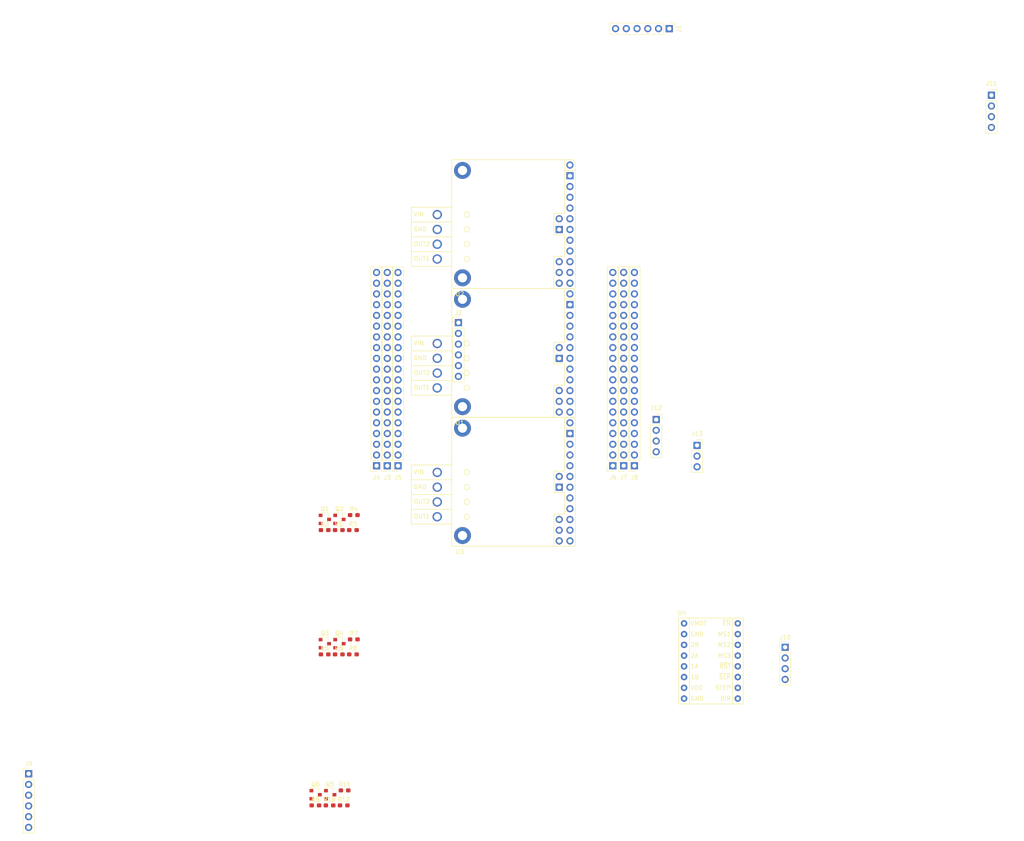
<source format=kicad_pcb>
(kicad_pcb (version 20171130) (host pcbnew "(5.0.2)-1")

  (general
    (thickness 1.6)
    (drawings 0)
    (tracks 0)
    (zones 0)
    (modules 35)
    (nets 83)
  )

  (page A4)
  (layers
    (0 F.Cu signal)
    (31 B.Cu signal)
    (32 B.Adhes user)
    (33 F.Adhes user)
    (34 B.Paste user)
    (35 F.Paste user)
    (36 B.SilkS user)
    (37 F.SilkS user)
    (38 B.Mask user)
    (39 F.Mask user)
    (40 Dwgs.User user)
    (41 Cmts.User user)
    (42 Eco1.User user)
    (43 Eco2.User user)
    (44 Edge.Cuts user)
    (45 Margin user)
    (46 B.CrtYd user)
    (47 F.CrtYd user)
    (48 B.Fab user)
    (49 F.Fab user)
  )

  (setup
    (last_trace_width 0.25)
    (trace_clearance 0.2)
    (zone_clearance 0.508)
    (zone_45_only no)
    (trace_min 0.2)
    (segment_width 0.2)
    (edge_width 0.15)
    (via_size 0.8)
    (via_drill 0.4)
    (via_min_size 0.4)
    (via_min_drill 0.3)
    (uvia_size 0.3)
    (uvia_drill 0.1)
    (uvias_allowed no)
    (uvia_min_size 0.2)
    (uvia_min_drill 0.1)
    (pcb_text_width 0.3)
    (pcb_text_size 1.5 1.5)
    (mod_edge_width 0.15)
    (mod_text_size 1 1)
    (mod_text_width 0.15)
    (pad_size 1.524 1.524)
    (pad_drill 0.762)
    (pad_to_mask_clearance 0.051)
    (solder_mask_min_width 0.25)
    (aux_axis_origin 0 0)
    (grid_origin 115.263326 97.33163)
    (visible_elements 7FFFFFFF)
    (pcbplotparams
      (layerselection 0x010fc_ffffffff)
      (usegerberextensions false)
      (usegerberattributes false)
      (usegerberadvancedattributes false)
      (creategerberjobfile false)
      (excludeedgelayer true)
      (linewidth 0.100000)
      (plotframeref false)
      (viasonmask false)
      (mode 1)
      (useauxorigin false)
      (hpglpennumber 1)
      (hpglpenspeed 20)
      (hpglpendiameter 15.000000)
      (psnegative false)
      (psa4output false)
      (plotreference true)
      (plotvalue true)
      (plotinvisibletext false)
      (padsonsilk false)
      (subtractmaskfromsilk false)
      (outputformat 1)
      (mirror false)
      (drillshape 1)
      (scaleselection 1)
      (outputdirectory ""))
  )

  (net 0 "")
  (net 1 /MotorDriver1/B_IN)
  (net 2 +5V)
  (net 3 /M3_A)
  (net 4 +3V3)
  (net 5 /MotorDriver3/A_IN)
  (net 6 /M3_B)
  (net 7 /MotorDriver3/B_IN)
  (net 8 /M2_A)
  (net 9 /MotorDriver2/A_IN)
  (net 10 /M2_B)
  (net 11 /MotorDriver2/B_IN)
  (net 12 /M1_A)
  (net 13 /MotorDriver1/A_IN)
  (net 14 /M1_B)
  (net 15 VCC)
  (net 16 GND)
  (net 17 "Net-(U3-Pad1)")
  (net 18 /P3_PWM)
  (net 19 "Net-(U3-Pad8)")
  (net 20 "Net-(U3-Pad9)")
  (net 21 /EN)
  (net 22 /M3_DIR)
  (net 23 "Net-(U3-Pad13)")
  (net 24 "Net-(U3-Pad14)")
  (net 25 "Net-(U3-Pad15)")
  (net 26 "Net-(U3-Pad16)")
  (net 27 "Net-(U3-Pad17)")
  (net 28 /MotorDriver3/OUT1)
  (net 29 /MotorDriver3/OUT2)
  (net 30 /MotorDriver2/OUT2)
  (net 31 /MotorDriver2/OUT1)
  (net 32 "Net-(U2-Pad17)")
  (net 33 "Net-(U2-Pad16)")
  (net 34 "Net-(U2-Pad15)")
  (net 35 "Net-(U2-Pad14)")
  (net 36 "Net-(U2-Pad13)")
  (net 37 /M2_DIR)
  (net 38 "Net-(U2-Pad9)")
  (net 39 "Net-(U2-Pad8)")
  (net 40 /M2_PWM)
  (net 41 "Net-(U2-Pad1)")
  (net 42 "Net-(U1-Pad1)")
  (net 43 /M1_PWM)
  (net 44 "Net-(U1-Pad8)")
  (net 45 "Net-(U1-Pad9)")
  (net 46 /M1_DIR)
  (net 47 "Net-(U1-Pad13)")
  (net 48 "Net-(U1-Pad14)")
  (net 49 "Net-(U1-Pad15)")
  (net 50 "Net-(U1-Pad16)")
  (net 51 "Net-(U1-Pad17)")
  (net 52 /MotorDriver1/OUT1)
  (net 53 /MotorDriver1/OUT2)
  (net 54 /StepperDriver1/2B)
  (net 55 /StepperDriver1/2A)
  (net 56 /StepperDriver1/1A)
  (net 57 /StepperDriver1/1B)
  (net 58 /STEP_DIR)
  (net 59 /STEP)
  (net 60 /StepperDriver1/~RST)
  (net 61 /StepperDriver1/MS1)
  (net 62 /StepperDriver1/~EN)
  (net 63 /SERVO)
  (net 64 /SCL)
  (net 65 "Net-(J6-Pad16)")
  (net 66 "Net-(J6-Pad15)")
  (net 67 /SDA)
  (net 68 "Net-(J6-Pad6)")
  (net 69 /PWM_2)
  (net 70 "Net-(J6-Pad3)")
  (net 71 "Net-(J6-Pad2)")
  (net 72 "Net-(J6-Pad1)")
  (net 73 "Net-(J5-Pad2)")
  (net 74 "Net-(J5-Pad3)")
  (net 75 "Net-(J5-Pad4)")
  (net 76 /M3_PWM)
  (net 77 "Net-(J5-Pad9)")
  (net 78 "Net-(J5-Pad14)")
  (net 79 "Net-(J5-Pad15)")
  (net 80 "Net-(J5-Pad16)")
  (net 81 "Net-(J5-Pad17)")
  (net 82 "Net-(J5-Pad18)")

  (net_class Default "This is the default net class."
    (clearance 0.2)
    (trace_width 0.25)
    (via_dia 0.8)
    (via_drill 0.4)
    (uvia_dia 0.3)
    (uvia_drill 0.1)
    (add_net +3V3)
    (add_net +5V)
    (add_net /EN)
    (add_net /M1_A)
    (add_net /M1_B)
    (add_net /M1_DIR)
    (add_net /M1_PWM)
    (add_net /M2_A)
    (add_net /M2_B)
    (add_net /M2_DIR)
    (add_net /M2_PWM)
    (add_net /M3_A)
    (add_net /M3_B)
    (add_net /M3_DIR)
    (add_net /M3_PWM)
    (add_net /MotorDriver1/A_IN)
    (add_net /MotorDriver1/B_IN)
    (add_net /MotorDriver1/OUT1)
    (add_net /MotorDriver1/OUT2)
    (add_net /MotorDriver2/A_IN)
    (add_net /MotorDriver2/B_IN)
    (add_net /MotorDriver2/OUT1)
    (add_net /MotorDriver2/OUT2)
    (add_net /MotorDriver3/A_IN)
    (add_net /MotorDriver3/B_IN)
    (add_net /MotorDriver3/OUT1)
    (add_net /MotorDriver3/OUT2)
    (add_net /P3_PWM)
    (add_net /PWM_2)
    (add_net /SCL)
    (add_net /SDA)
    (add_net /SERVO)
    (add_net /STEP)
    (add_net /STEP_DIR)
    (add_net /StepperDriver1/1A)
    (add_net /StepperDriver1/1B)
    (add_net /StepperDriver1/2A)
    (add_net /StepperDriver1/2B)
    (add_net /StepperDriver1/MS1)
    (add_net /StepperDriver1/~EN)
    (add_net /StepperDriver1/~RST)
    (add_net GND)
    (add_net "Net-(J5-Pad14)")
    (add_net "Net-(J5-Pad15)")
    (add_net "Net-(J5-Pad16)")
    (add_net "Net-(J5-Pad17)")
    (add_net "Net-(J5-Pad18)")
    (add_net "Net-(J5-Pad2)")
    (add_net "Net-(J5-Pad3)")
    (add_net "Net-(J5-Pad4)")
    (add_net "Net-(J5-Pad9)")
    (add_net "Net-(J6-Pad1)")
    (add_net "Net-(J6-Pad15)")
    (add_net "Net-(J6-Pad16)")
    (add_net "Net-(J6-Pad2)")
    (add_net "Net-(J6-Pad3)")
    (add_net "Net-(J6-Pad6)")
    (add_net "Net-(U1-Pad1)")
    (add_net "Net-(U1-Pad13)")
    (add_net "Net-(U1-Pad14)")
    (add_net "Net-(U1-Pad15)")
    (add_net "Net-(U1-Pad16)")
    (add_net "Net-(U1-Pad17)")
    (add_net "Net-(U1-Pad8)")
    (add_net "Net-(U1-Pad9)")
    (add_net "Net-(U2-Pad1)")
    (add_net "Net-(U2-Pad13)")
    (add_net "Net-(U2-Pad14)")
    (add_net "Net-(U2-Pad15)")
    (add_net "Net-(U2-Pad16)")
    (add_net "Net-(U2-Pad17)")
    (add_net "Net-(U2-Pad8)")
    (add_net "Net-(U2-Pad9)")
    (add_net "Net-(U3-Pad1)")
    (add_net "Net-(U3-Pad13)")
    (add_net "Net-(U3-Pad14)")
    (add_net "Net-(U3-Pad15)")
    (add_net "Net-(U3-Pad16)")
    (add_net "Net-(U3-Pad17)")
    (add_net "Net-(U3-Pad8)")
    (add_net "Net-(U3-Pad9)")
    (add_net VCC)
  )

  (module Connector_PinSocket_2.54mm:PinSocket_1x03_P2.54mm_Vertical (layer F.Cu) (tedit 5A19A429) (tstamp 5C96139F)
    (at 185.941001 92.503001)
    (descr "Through hole straight socket strip, 1x03, 2.54mm pitch, single row (from Kicad 4.0.7), script generated")
    (tags "Through hole socket strip THT 1x03 2.54mm single row")
    (path /5CA98B42)
    (fp_text reference J13 (at 0 -2.77) (layer F.SilkS)
      (effects (font (size 1 1) (thickness 0.15)))
    )
    (fp_text value Conn_01x03_Female (at 0 7.85) (layer F.Fab)
      (effects (font (size 1 1) (thickness 0.15)))
    )
    (fp_text user %R (at 0 2.54 90) (layer F.Fab)
      (effects (font (size 1 1) (thickness 0.15)))
    )
    (fp_line (start -1.8 6.85) (end -1.8 -1.8) (layer F.CrtYd) (width 0.05))
    (fp_line (start 1.75 6.85) (end -1.8 6.85) (layer F.CrtYd) (width 0.05))
    (fp_line (start 1.75 -1.8) (end 1.75 6.85) (layer F.CrtYd) (width 0.05))
    (fp_line (start -1.8 -1.8) (end 1.75 -1.8) (layer F.CrtYd) (width 0.05))
    (fp_line (start 0 -1.33) (end 1.33 -1.33) (layer F.SilkS) (width 0.12))
    (fp_line (start 1.33 -1.33) (end 1.33 0) (layer F.SilkS) (width 0.12))
    (fp_line (start 1.33 1.27) (end 1.33 6.41) (layer F.SilkS) (width 0.12))
    (fp_line (start -1.33 6.41) (end 1.33 6.41) (layer F.SilkS) (width 0.12))
    (fp_line (start -1.33 1.27) (end -1.33 6.41) (layer F.SilkS) (width 0.12))
    (fp_line (start -1.33 1.27) (end 1.33 1.27) (layer F.SilkS) (width 0.12))
    (fp_line (start -1.27 6.35) (end -1.27 -1.27) (layer F.Fab) (width 0.1))
    (fp_line (start 1.27 6.35) (end -1.27 6.35) (layer F.Fab) (width 0.1))
    (fp_line (start 1.27 -0.635) (end 1.27 6.35) (layer F.Fab) (width 0.1))
    (fp_line (start 0.635 -1.27) (end 1.27 -0.635) (layer F.Fab) (width 0.1))
    (fp_line (start -1.27 -1.27) (end 0.635 -1.27) (layer F.Fab) (width 0.1))
    (pad 3 thru_hole oval (at 0 5.08) (size 1.7 1.7) (drill 1) (layers *.Cu *.Mask)
      (net 16 GND))
    (pad 2 thru_hole oval (at 0 2.54) (size 1.7 1.7) (drill 1) (layers *.Cu *.Mask)
      (net 4 +3V3))
    (pad 1 thru_hole rect (at 0 0) (size 1.7 1.7) (drill 1) (layers *.Cu *.Mask)
      (net 63 /SERVO))
    (model ${KISYS3DMOD}/Connector_PinSocket_2.54mm.3dshapes/PinSocket_1x03_P2.54mm_Vertical.wrl
      (at (xyz 0 0 0))
      (scale (xyz 1 1 1))
      (rotate (xyz 0 0 0))
    )
  )

  (module Connector_PinHeader_2.54mm:PinHeader_1x04_P2.54mm_Vertical (layer F.Cu) (tedit 59FED5CC) (tstamp 5C961435)
    (at 206.769001 140.255001)
    (descr "Through hole straight pin header, 1x04, 2.54mm pitch, single row")
    (tags "Through hole pin header THT 1x04 2.54mm single row")
    (path /5CB3EB07)
    (fp_text reference J10 (at 0 -2.33) (layer F.SilkS)
      (effects (font (size 1 1) (thickness 0.15)))
    )
    (fp_text value Conn_01x04_Male (at 0 9.95) (layer F.Fab)
      (effects (font (size 1 1) (thickness 0.15)))
    )
    (fp_line (start -0.635 -1.27) (end 1.27 -1.27) (layer F.Fab) (width 0.1))
    (fp_line (start 1.27 -1.27) (end 1.27 8.89) (layer F.Fab) (width 0.1))
    (fp_line (start 1.27 8.89) (end -1.27 8.89) (layer F.Fab) (width 0.1))
    (fp_line (start -1.27 8.89) (end -1.27 -0.635) (layer F.Fab) (width 0.1))
    (fp_line (start -1.27 -0.635) (end -0.635 -1.27) (layer F.Fab) (width 0.1))
    (fp_line (start -1.33 8.95) (end 1.33 8.95) (layer F.SilkS) (width 0.12))
    (fp_line (start -1.33 1.27) (end -1.33 8.95) (layer F.SilkS) (width 0.12))
    (fp_line (start 1.33 1.27) (end 1.33 8.95) (layer F.SilkS) (width 0.12))
    (fp_line (start -1.33 1.27) (end 1.33 1.27) (layer F.SilkS) (width 0.12))
    (fp_line (start -1.33 0) (end -1.33 -1.33) (layer F.SilkS) (width 0.12))
    (fp_line (start -1.33 -1.33) (end 0 -1.33) (layer F.SilkS) (width 0.12))
    (fp_line (start -1.8 -1.8) (end -1.8 9.4) (layer F.CrtYd) (width 0.05))
    (fp_line (start -1.8 9.4) (end 1.8 9.4) (layer F.CrtYd) (width 0.05))
    (fp_line (start 1.8 9.4) (end 1.8 -1.8) (layer F.CrtYd) (width 0.05))
    (fp_line (start 1.8 -1.8) (end -1.8 -1.8) (layer F.CrtYd) (width 0.05))
    (fp_text user %R (at 0 3.81 90) (layer F.Fab)
      (effects (font (size 1 1) (thickness 0.15)))
    )
    (pad 1 thru_hole rect (at 0 0) (size 1.7 1.7) (drill 1) (layers *.Cu *.Mask)
      (net 54 /StepperDriver1/2B))
    (pad 2 thru_hole oval (at 0 2.54) (size 1.7 1.7) (drill 1) (layers *.Cu *.Mask)
      (net 55 /StepperDriver1/2A))
    (pad 3 thru_hole oval (at 0 5.08) (size 1.7 1.7) (drill 1) (layers *.Cu *.Mask)
      (net 56 /StepperDriver1/1A))
    (pad 4 thru_hole oval (at 0 7.62) (size 1.7 1.7) (drill 1) (layers *.Cu *.Mask)
      (net 57 /StepperDriver1/1B))
    (model ${KISYS3DMOD}/Connector_PinHeader_2.54mm.3dshapes/PinHeader_1x04_P2.54mm_Vertical.wrl
      (at (xyz 0 0 0))
      (scale (xyz 1 1 1))
      (rotate (xyz 0 0 0))
    )
  )

  (module Connector_PinHeader_2.54mm:PinHeader_1x06_P2.54mm_Vertical (layer F.Cu) (tedit 59FED5CC) (tstamp 5C96141D)
    (at 27.94 170.18)
    (descr "Through hole straight pin header, 1x06, 2.54mm pitch, single row")
    (tags "Through hole pin header THT 1x06 2.54mm single row")
    (path /5C920BDB)
    (fp_text reference J9 (at 0 -2.33) (layer F.SilkS)
      (effects (font (size 1 1) (thickness 0.15)))
    )
    (fp_text value Conn_01x06_Male (at 0 15.03) (layer F.Fab)
      (effects (font (size 1 1) (thickness 0.15)))
    )
    (fp_line (start -0.635 -1.27) (end 1.27 -1.27) (layer F.Fab) (width 0.1))
    (fp_line (start 1.27 -1.27) (end 1.27 13.97) (layer F.Fab) (width 0.1))
    (fp_line (start 1.27 13.97) (end -1.27 13.97) (layer F.Fab) (width 0.1))
    (fp_line (start -1.27 13.97) (end -1.27 -0.635) (layer F.Fab) (width 0.1))
    (fp_line (start -1.27 -0.635) (end -0.635 -1.27) (layer F.Fab) (width 0.1))
    (fp_line (start -1.33 14.03) (end 1.33 14.03) (layer F.SilkS) (width 0.12))
    (fp_line (start -1.33 1.27) (end -1.33 14.03) (layer F.SilkS) (width 0.12))
    (fp_line (start 1.33 1.27) (end 1.33 14.03) (layer F.SilkS) (width 0.12))
    (fp_line (start -1.33 1.27) (end 1.33 1.27) (layer F.SilkS) (width 0.12))
    (fp_line (start -1.33 0) (end -1.33 -1.33) (layer F.SilkS) (width 0.12))
    (fp_line (start -1.33 -1.33) (end 0 -1.33) (layer F.SilkS) (width 0.12))
    (fp_line (start -1.8 -1.8) (end -1.8 14.5) (layer F.CrtYd) (width 0.05))
    (fp_line (start -1.8 14.5) (end 1.8 14.5) (layer F.CrtYd) (width 0.05))
    (fp_line (start 1.8 14.5) (end 1.8 -1.8) (layer F.CrtYd) (width 0.05))
    (fp_line (start 1.8 -1.8) (end -1.8 -1.8) (layer F.CrtYd) (width 0.05))
    (fp_text user %R (at 0 6.35 90) (layer F.Fab)
      (effects (font (size 1 1) (thickness 0.15)))
    )
    (pad 1 thru_hole rect (at 0 0) (size 1.7 1.7) (drill 1) (layers *.Cu *.Mask)
      (net 28 /MotorDriver3/OUT1))
    (pad 2 thru_hole oval (at 0 2.54) (size 1.7 1.7) (drill 1) (layers *.Cu *.Mask)
      (net 29 /MotorDriver3/OUT2))
    (pad 3 thru_hole oval (at 0 5.08) (size 1.7 1.7) (drill 1) (layers *.Cu *.Mask)
      (net 16 GND))
    (pad 4 thru_hole oval (at 0 7.62) (size 1.7 1.7) (drill 1) (layers *.Cu *.Mask)
      (net 2 +5V))
    (pad 5 thru_hole oval (at 0 10.16) (size 1.7 1.7) (drill 1) (layers *.Cu *.Mask)
      (net 7 /MotorDriver3/B_IN))
    (pad 6 thru_hole oval (at 0 12.7) (size 1.7 1.7) (drill 1) (layers *.Cu *.Mask)
      (net 5 /MotorDriver3/A_IN))
    (model ${KISYS3DMOD}/Connector_PinHeader_2.54mm.3dshapes/PinHeader_1x06_P2.54mm_Vertical.wrl
      (at (xyz 0 0 0))
      (scale (xyz 1 1 1))
      (rotate (xyz 0 0 0))
    )
  )

  (module Connector_PinHeader_2.54mm:PinHeader_1x06_P2.54mm_Vertical (layer F.Cu) (tedit 59FED5CC) (tstamp 5C964E36)
    (at 179.384002 -6.062 270)
    (descr "Through hole straight pin header, 1x06, 2.54mm pitch, single row")
    (tags "Through hole pin header THT 1x06 2.54mm single row")
    (path /5C834B27)
    (fp_text reference J1 (at 0 -2.33 270) (layer F.SilkS)
      (effects (font (size 1 1) (thickness 0.15)))
    )
    (fp_text value Conn_01x06_Male (at 0 15.03 270) (layer F.Fab)
      (effects (font (size 1 1) (thickness 0.15)))
    )
    (fp_text user %R (at 0 6.35) (layer F.Fab)
      (effects (font (size 1 1) (thickness 0.15)))
    )
    (fp_line (start 1.8 -1.8) (end -1.8 -1.8) (layer F.CrtYd) (width 0.05))
    (fp_line (start 1.8 14.5) (end 1.8 -1.8) (layer F.CrtYd) (width 0.05))
    (fp_line (start -1.8 14.5) (end 1.8 14.5) (layer F.CrtYd) (width 0.05))
    (fp_line (start -1.8 -1.8) (end -1.8 14.5) (layer F.CrtYd) (width 0.05))
    (fp_line (start -1.33 -1.33) (end 0 -1.33) (layer F.SilkS) (width 0.12))
    (fp_line (start -1.33 0) (end -1.33 -1.33) (layer F.SilkS) (width 0.12))
    (fp_line (start -1.33 1.27) (end 1.33 1.27) (layer F.SilkS) (width 0.12))
    (fp_line (start 1.33 1.27) (end 1.33 14.03) (layer F.SilkS) (width 0.12))
    (fp_line (start -1.33 1.27) (end -1.33 14.03) (layer F.SilkS) (width 0.12))
    (fp_line (start -1.33 14.03) (end 1.33 14.03) (layer F.SilkS) (width 0.12))
    (fp_line (start -1.27 -0.635) (end -0.635 -1.27) (layer F.Fab) (width 0.1))
    (fp_line (start -1.27 13.97) (end -1.27 -0.635) (layer F.Fab) (width 0.1))
    (fp_line (start 1.27 13.97) (end -1.27 13.97) (layer F.Fab) (width 0.1))
    (fp_line (start 1.27 -1.27) (end 1.27 13.97) (layer F.Fab) (width 0.1))
    (fp_line (start -0.635 -1.27) (end 1.27 -1.27) (layer F.Fab) (width 0.1))
    (pad 6 thru_hole oval (at 0 12.7 270) (size 1.7 1.7) (drill 1) (layers *.Cu *.Mask)
      (net 13 /MotorDriver1/A_IN))
    (pad 5 thru_hole oval (at 0 10.16 270) (size 1.7 1.7) (drill 1) (layers *.Cu *.Mask)
      (net 1 /MotorDriver1/B_IN))
    (pad 4 thru_hole oval (at 0 7.62 270) (size 1.7 1.7) (drill 1) (layers *.Cu *.Mask)
      (net 2 +5V))
    (pad 3 thru_hole oval (at 0 5.08 270) (size 1.7 1.7) (drill 1) (layers *.Cu *.Mask)
      (net 16 GND))
    (pad 2 thru_hole oval (at 0 2.54 270) (size 1.7 1.7) (drill 1) (layers *.Cu *.Mask)
      (net 53 /MotorDriver1/OUT2))
    (pad 1 thru_hole rect (at 0 0 270) (size 1.7 1.7) (drill 1) (layers *.Cu *.Mask)
      (net 52 /MotorDriver1/OUT1))
    (model ${KISYS3DMOD}/Connector_PinHeader_2.54mm.3dshapes/PinHeader_1x06_P2.54mm_Vertical.wrl
      (at (xyz 0 0 0))
      (scale (xyz 1 1 1))
      (rotate (xyz 0 0 0))
    )
  )

  (module Connector_PinHeader_2.54mm:PinHeader_1x06_P2.54mm_Vertical (layer F.Cu) (tedit 59FED5CC) (tstamp 5C964DEB)
    (at 129.54 63.5)
    (descr "Through hole straight pin header, 1x06, 2.54mm pitch, single row")
    (tags "Through hole pin header THT 1x06 2.54mm single row")
    (path /5C91FE9F)
    (fp_text reference J2 (at 0 -2.33) (layer F.SilkS)
      (effects (font (size 1 1) (thickness 0.15)))
    )
    (fp_text value Conn_01x06_Male (at 0 15.03) (layer F.Fab)
      (effects (font (size 1 1) (thickness 0.15)))
    )
    (fp_line (start -0.635 -1.27) (end 1.27 -1.27) (layer F.Fab) (width 0.1))
    (fp_line (start 1.27 -1.27) (end 1.27 13.97) (layer F.Fab) (width 0.1))
    (fp_line (start 1.27 13.97) (end -1.27 13.97) (layer F.Fab) (width 0.1))
    (fp_line (start -1.27 13.97) (end -1.27 -0.635) (layer F.Fab) (width 0.1))
    (fp_line (start -1.27 -0.635) (end -0.635 -1.27) (layer F.Fab) (width 0.1))
    (fp_line (start -1.33 14.03) (end 1.33 14.03) (layer F.SilkS) (width 0.12))
    (fp_line (start -1.33 1.27) (end -1.33 14.03) (layer F.SilkS) (width 0.12))
    (fp_line (start 1.33 1.27) (end 1.33 14.03) (layer F.SilkS) (width 0.12))
    (fp_line (start -1.33 1.27) (end 1.33 1.27) (layer F.SilkS) (width 0.12))
    (fp_line (start -1.33 0) (end -1.33 -1.33) (layer F.SilkS) (width 0.12))
    (fp_line (start -1.33 -1.33) (end 0 -1.33) (layer F.SilkS) (width 0.12))
    (fp_line (start -1.8 -1.8) (end -1.8 14.5) (layer F.CrtYd) (width 0.05))
    (fp_line (start -1.8 14.5) (end 1.8 14.5) (layer F.CrtYd) (width 0.05))
    (fp_line (start 1.8 14.5) (end 1.8 -1.8) (layer F.CrtYd) (width 0.05))
    (fp_line (start 1.8 -1.8) (end -1.8 -1.8) (layer F.CrtYd) (width 0.05))
    (fp_text user %R (at 0 6.35 90) (layer F.Fab)
      (effects (font (size 1 1) (thickness 0.15)))
    )
    (pad 1 thru_hole rect (at 0 0) (size 1.7 1.7) (drill 1) (layers *.Cu *.Mask)
      (net 31 /MotorDriver2/OUT1))
    (pad 2 thru_hole oval (at 0 2.54) (size 1.7 1.7) (drill 1) (layers *.Cu *.Mask)
      (net 30 /MotorDriver2/OUT2))
    (pad 3 thru_hole oval (at 0 5.08) (size 1.7 1.7) (drill 1) (layers *.Cu *.Mask)
      (net 16 GND))
    (pad 4 thru_hole oval (at 0 7.62) (size 1.7 1.7) (drill 1) (layers *.Cu *.Mask)
      (net 2 +5V))
    (pad 5 thru_hole oval (at 0 10.16) (size 1.7 1.7) (drill 1) (layers *.Cu *.Mask)
      (net 11 /MotorDriver2/B_IN))
    (pad 6 thru_hole oval (at 0 12.7) (size 1.7 1.7) (drill 1) (layers *.Cu *.Mask)
      (net 9 /MotorDriver2/A_IN))
    (model ${KISYS3DMOD}/Connector_PinHeader_2.54mm.3dshapes/PinHeader_1x06_P2.54mm_Vertical.wrl
      (at (xyz 0 0 0))
      (scale (xyz 1 1 1))
      (rotate (xyz 0 0 0))
    )
  )

  (module Connector_PinSocket_2.54mm:PinSocket_1x04_P2.54mm_Vertical (layer F.Cu) (tedit 5A19A429) (tstamp 5C9613CF)
    (at 255.537001 9.699001)
    (descr "Through hole straight socket strip, 1x04, 2.54mm pitch, single row (from Kicad 4.0.7), script generated")
    (tags "Through hole socket strip THT 1x04 2.54mm single row")
    (path /5CA6E6A3)
    (fp_text reference J11 (at 0 -2.77) (layer F.SilkS)
      (effects (font (size 1 1) (thickness 0.15)))
    )
    (fp_text value Conn_01x04_Female (at 0 10.39) (layer F.Fab)
      (effects (font (size 1 1) (thickness 0.15)))
    )
    (fp_line (start -1.27 -1.27) (end 0.635 -1.27) (layer F.Fab) (width 0.1))
    (fp_line (start 0.635 -1.27) (end 1.27 -0.635) (layer F.Fab) (width 0.1))
    (fp_line (start 1.27 -0.635) (end 1.27 8.89) (layer F.Fab) (width 0.1))
    (fp_line (start 1.27 8.89) (end -1.27 8.89) (layer F.Fab) (width 0.1))
    (fp_line (start -1.27 8.89) (end -1.27 -1.27) (layer F.Fab) (width 0.1))
    (fp_line (start -1.33 1.27) (end 1.33 1.27) (layer F.SilkS) (width 0.12))
    (fp_line (start -1.33 1.27) (end -1.33 8.95) (layer F.SilkS) (width 0.12))
    (fp_line (start -1.33 8.95) (end 1.33 8.95) (layer F.SilkS) (width 0.12))
    (fp_line (start 1.33 1.27) (end 1.33 8.95) (layer F.SilkS) (width 0.12))
    (fp_line (start 1.33 -1.33) (end 1.33 0) (layer F.SilkS) (width 0.12))
    (fp_line (start 0 -1.33) (end 1.33 -1.33) (layer F.SilkS) (width 0.12))
    (fp_line (start -1.8 -1.8) (end 1.75 -1.8) (layer F.CrtYd) (width 0.05))
    (fp_line (start 1.75 -1.8) (end 1.75 9.4) (layer F.CrtYd) (width 0.05))
    (fp_line (start 1.75 9.4) (end -1.8 9.4) (layer F.CrtYd) (width 0.05))
    (fp_line (start -1.8 9.4) (end -1.8 -1.8) (layer F.CrtYd) (width 0.05))
    (fp_text user %R (at 0 3.81 90) (layer F.Fab)
      (effects (font (size 1 1) (thickness 0.15)))
    )
    (pad 1 thru_hole rect (at 0 0) (size 1.7 1.7) (drill 1) (layers *.Cu *.Mask)
      (net 4 +3V3))
    (pad 2 thru_hole oval (at 0 2.54) (size 1.7 1.7) (drill 1) (layers *.Cu *.Mask)
      (net 67 /SDA))
    (pad 3 thru_hole oval (at 0 5.08) (size 1.7 1.7) (drill 1) (layers *.Cu *.Mask)
      (net 64 /SCL))
    (pad 4 thru_hole oval (at 0 7.62) (size 1.7 1.7) (drill 1) (layers *.Cu *.Mask)
      (net 16 GND))
    (model ${KISYS3DMOD}/Connector_PinSocket_2.54mm.3dshapes/PinSocket_1x04_P2.54mm_Vertical.wrl
      (at (xyz 0 0 0))
      (scale (xyz 1 1 1))
      (rotate (xyz 0 0 0))
    )
  )

  (module Connector_PinSocket_2.54mm:PinSocket_1x04_P2.54mm_Vertical (layer F.Cu) (tedit 5A19A429) (tstamp 5C9613B7)
    (at 176.289001 86.407001)
    (descr "Through hole straight socket strip, 1x04, 2.54mm pitch, single row (from Kicad 4.0.7), script generated")
    (tags "Through hole socket strip THT 1x04 2.54mm single row")
    (path /5CA6E938)
    (fp_text reference J12 (at 0 -2.77) (layer F.SilkS)
      (effects (font (size 1 1) (thickness 0.15)))
    )
    (fp_text value Conn_01x04_Female (at 0 10.39) (layer F.Fab)
      (effects (font (size 1 1) (thickness 0.15)))
    )
    (fp_text user %R (at 0 3.81 90) (layer F.Fab)
      (effects (font (size 1 1) (thickness 0.15)))
    )
    (fp_line (start -1.8 9.4) (end -1.8 -1.8) (layer F.CrtYd) (width 0.05))
    (fp_line (start 1.75 9.4) (end -1.8 9.4) (layer F.CrtYd) (width 0.05))
    (fp_line (start 1.75 -1.8) (end 1.75 9.4) (layer F.CrtYd) (width 0.05))
    (fp_line (start -1.8 -1.8) (end 1.75 -1.8) (layer F.CrtYd) (width 0.05))
    (fp_line (start 0 -1.33) (end 1.33 -1.33) (layer F.SilkS) (width 0.12))
    (fp_line (start 1.33 -1.33) (end 1.33 0) (layer F.SilkS) (width 0.12))
    (fp_line (start 1.33 1.27) (end 1.33 8.95) (layer F.SilkS) (width 0.12))
    (fp_line (start -1.33 8.95) (end 1.33 8.95) (layer F.SilkS) (width 0.12))
    (fp_line (start -1.33 1.27) (end -1.33 8.95) (layer F.SilkS) (width 0.12))
    (fp_line (start -1.33 1.27) (end 1.33 1.27) (layer F.SilkS) (width 0.12))
    (fp_line (start -1.27 8.89) (end -1.27 -1.27) (layer F.Fab) (width 0.1))
    (fp_line (start 1.27 8.89) (end -1.27 8.89) (layer F.Fab) (width 0.1))
    (fp_line (start 1.27 -0.635) (end 1.27 8.89) (layer F.Fab) (width 0.1))
    (fp_line (start 0.635 -1.27) (end 1.27 -0.635) (layer F.Fab) (width 0.1))
    (fp_line (start -1.27 -1.27) (end 0.635 -1.27) (layer F.Fab) (width 0.1))
    (pad 4 thru_hole oval (at 0 7.62) (size 1.7 1.7) (drill 1) (layers *.Cu *.Mask)
      (net 16 GND))
    (pad 3 thru_hole oval (at 0 5.08) (size 1.7 1.7) (drill 1) (layers *.Cu *.Mask)
      (net 64 /SCL))
    (pad 2 thru_hole oval (at 0 2.54) (size 1.7 1.7) (drill 1) (layers *.Cu *.Mask)
      (net 67 /SDA))
    (pad 1 thru_hole rect (at 0 0) (size 1.7 1.7) (drill 1) (layers *.Cu *.Mask)
      (net 4 +3V3))
    (model ${KISYS3DMOD}/Connector_PinSocket_2.54mm.3dshapes/PinSocket_1x04_P2.54mm_Vertical.wrl
      (at (xyz 0 0 0))
      (scale (xyz 1 1 1))
      (rotate (xyz 0 0 0))
    )
  )

  (module Connector_PinSocket_2.54mm:PinSocket_1x19_P2.54mm_Vertical (layer F.Cu) (tedit 5A19A430) (tstamp 5C961387)
    (at 110.183326 97.336888 180)
    (descr "Through hole straight socket strip, 1x19, 2.54mm pitch, single row (from Kicad 4.0.7), script generated")
    (tags "Through hole socket strip THT 1x19 2.54mm single row")
    (path /5C9292BD)
    (fp_text reference J4 (at 0 -2.77 180) (layer F.SilkS)
      (effects (font (size 1 1) (thickness 0.15)))
    )
    (fp_text value Conn_01x19_Female (at 0 48.49 180) (layer F.Fab)
      (effects (font (size 1 1) (thickness 0.15)))
    )
    (fp_text user %R (at 0 22.86 270) (layer F.Fab)
      (effects (font (size 1 1) (thickness 0.15)))
    )
    (fp_line (start -1.8 47.5) (end -1.8 -1.8) (layer F.CrtYd) (width 0.05))
    (fp_line (start 1.75 47.5) (end -1.8 47.5) (layer F.CrtYd) (width 0.05))
    (fp_line (start 1.75 -1.8) (end 1.75 47.5) (layer F.CrtYd) (width 0.05))
    (fp_line (start -1.8 -1.8) (end 1.75 -1.8) (layer F.CrtYd) (width 0.05))
    (fp_line (start 0 -1.33) (end 1.33 -1.33) (layer F.SilkS) (width 0.12))
    (fp_line (start 1.33 -1.33) (end 1.33 0) (layer F.SilkS) (width 0.12))
    (fp_line (start 1.33 1.27) (end 1.33 47.05) (layer F.SilkS) (width 0.12))
    (fp_line (start -1.33 47.05) (end 1.33 47.05) (layer F.SilkS) (width 0.12))
    (fp_line (start -1.33 1.27) (end -1.33 47.05) (layer F.SilkS) (width 0.12))
    (fp_line (start -1.33 1.27) (end 1.33 1.27) (layer F.SilkS) (width 0.12))
    (fp_line (start -1.27 46.99) (end -1.27 -1.27) (layer F.Fab) (width 0.1))
    (fp_line (start 1.27 46.99) (end -1.27 46.99) (layer F.Fab) (width 0.1))
    (fp_line (start 1.27 -0.635) (end 1.27 46.99) (layer F.Fab) (width 0.1))
    (fp_line (start 0.635 -1.27) (end 1.27 -0.635) (layer F.Fab) (width 0.1))
    (fp_line (start -1.27 -1.27) (end 0.635 -1.27) (layer F.Fab) (width 0.1))
    (pad 19 thru_hole oval (at 0 45.72 180) (size 1.7 1.7) (drill 1) (layers *.Cu *.Mask)
      (net 4 +3V3))
    (pad 18 thru_hole oval (at 0 43.18 180) (size 1.7 1.7) (drill 1) (layers *.Cu *.Mask)
      (net 4 +3V3))
    (pad 17 thru_hole oval (at 0 40.64 180) (size 1.7 1.7) (drill 1) (layers *.Cu *.Mask)
      (net 4 +3V3))
    (pad 16 thru_hole oval (at 0 38.1 180) (size 1.7 1.7) (drill 1) (layers *.Cu *.Mask)
      (net 4 +3V3))
    (pad 15 thru_hole oval (at 0 35.56 180) (size 1.7 1.7) (drill 1) (layers *.Cu *.Mask)
      (net 4 +3V3))
    (pad 14 thru_hole oval (at 0 33.02 180) (size 1.7 1.7) (drill 1) (layers *.Cu *.Mask)
      (net 4 +3V3))
    (pad 13 thru_hole oval (at 0 30.48 180) (size 1.7 1.7) (drill 1) (layers *.Cu *.Mask)
      (net 4 +3V3))
    (pad 12 thru_hole oval (at 0 27.94 180) (size 1.7 1.7) (drill 1) (layers *.Cu *.Mask)
      (net 4 +3V3))
    (pad 11 thru_hole oval (at 0 25.4 180) (size 1.7 1.7) (drill 1) (layers *.Cu *.Mask)
      (net 4 +3V3))
    (pad 10 thru_hole oval (at 0 22.86 180) (size 1.7 1.7) (drill 1) (layers *.Cu *.Mask)
      (net 4 +3V3))
    (pad 9 thru_hole oval (at 0 20.32 180) (size 1.7 1.7) (drill 1) (layers *.Cu *.Mask)
      (net 4 +3V3))
    (pad 8 thru_hole oval (at 0 17.78 180) (size 1.7 1.7) (drill 1) (layers *.Cu *.Mask)
      (net 4 +3V3))
    (pad 7 thru_hole oval (at 0 15.24 180) (size 1.7 1.7) (drill 1) (layers *.Cu *.Mask)
      (net 4 +3V3))
    (pad 6 thru_hole oval (at 0 12.7 180) (size 1.7 1.7) (drill 1) (layers *.Cu *.Mask)
      (net 4 +3V3))
    (pad 5 thru_hole oval (at 0 10.16 180) (size 1.7 1.7) (drill 1) (layers *.Cu *.Mask)
      (net 4 +3V3))
    (pad 4 thru_hole oval (at 0 7.62 180) (size 1.7 1.7) (drill 1) (layers *.Cu *.Mask)
      (net 4 +3V3))
    (pad 3 thru_hole oval (at 0 5.08 180) (size 1.7 1.7) (drill 1) (layers *.Cu *.Mask)
      (net 4 +3V3))
    (pad 2 thru_hole oval (at 0 2.54 180) (size 1.7 1.7) (drill 1) (layers *.Cu *.Mask)
      (net 4 +3V3))
    (pad 1 thru_hole rect (at 0 0 180) (size 1.7 1.7) (drill 1) (layers *.Cu *.Mask)
      (net 4 +3V3))
    (model ${KISYS3DMOD}/Connector_PinSocket_2.54mm.3dshapes/PinSocket_1x19_P2.54mm_Vertical.wrl
      (at (xyz 0 0 0))
      (scale (xyz 1 1 1))
      (rotate (xyz 0 0 0))
    )
  )

  (module Connector_PinSocket_2.54mm:PinSocket_1x19_P2.54mm_Vertical (layer F.Cu) (tedit 5A19A430) (tstamp 5C961360)
    (at 115.263326 97.336888 180)
    (descr "Through hole straight socket strip, 1x19, 2.54mm pitch, single row (from Kicad 4.0.7), script generated")
    (tags "Through hole socket strip THT 1x19 2.54mm single row")
    (path /5C92D5C5)
    (fp_text reference J5 (at 0 -2.77 180) (layer F.SilkS)
      (effects (font (size 1 1) (thickness 0.15)))
    )
    (fp_text value Conn_01x19_Female (at 0 48.49 180) (layer F.Fab)
      (effects (font (size 1 1) (thickness 0.15)))
    )
    (fp_line (start -1.27 -1.27) (end 0.635 -1.27) (layer F.Fab) (width 0.1))
    (fp_line (start 0.635 -1.27) (end 1.27 -0.635) (layer F.Fab) (width 0.1))
    (fp_line (start 1.27 -0.635) (end 1.27 46.99) (layer F.Fab) (width 0.1))
    (fp_line (start 1.27 46.99) (end -1.27 46.99) (layer F.Fab) (width 0.1))
    (fp_line (start -1.27 46.99) (end -1.27 -1.27) (layer F.Fab) (width 0.1))
    (fp_line (start -1.33 1.27) (end 1.33 1.27) (layer F.SilkS) (width 0.12))
    (fp_line (start -1.33 1.27) (end -1.33 47.05) (layer F.SilkS) (width 0.12))
    (fp_line (start -1.33 47.05) (end 1.33 47.05) (layer F.SilkS) (width 0.12))
    (fp_line (start 1.33 1.27) (end 1.33 47.05) (layer F.SilkS) (width 0.12))
    (fp_line (start 1.33 -1.33) (end 1.33 0) (layer F.SilkS) (width 0.12))
    (fp_line (start 0 -1.33) (end 1.33 -1.33) (layer F.SilkS) (width 0.12))
    (fp_line (start -1.8 -1.8) (end 1.75 -1.8) (layer F.CrtYd) (width 0.05))
    (fp_line (start 1.75 -1.8) (end 1.75 47.5) (layer F.CrtYd) (width 0.05))
    (fp_line (start 1.75 47.5) (end -1.8 47.5) (layer F.CrtYd) (width 0.05))
    (fp_line (start -1.8 47.5) (end -1.8 -1.8) (layer F.CrtYd) (width 0.05))
    (fp_text user %R (at 0 22.86 270) (layer F.Fab)
      (effects (font (size 1 1) (thickness 0.15)))
    )
    (pad 1 thru_hole rect (at 0 0 180) (size 1.7 1.7) (drill 1) (layers *.Cu *.Mask)
      (net 2 +5V))
    (pad 2 thru_hole oval (at 0 2.54 180) (size 1.7 1.7) (drill 1) (layers *.Cu *.Mask)
      (net 73 "Net-(J5-Pad2)"))
    (pad 3 thru_hole oval (at 0 5.08 180) (size 1.7 1.7) (drill 1) (layers *.Cu *.Mask)
      (net 74 "Net-(J5-Pad3)"))
    (pad 4 thru_hole oval (at 0 7.62 180) (size 1.7 1.7) (drill 1) (layers *.Cu *.Mask)
      (net 75 "Net-(J5-Pad4)"))
    (pad 5 thru_hole oval (at 0 10.16 180) (size 1.7 1.7) (drill 1) (layers *.Cu *.Mask)
      (net 21 /EN))
    (pad 6 thru_hole oval (at 0 12.7 180) (size 1.7 1.7) (drill 1) (layers *.Cu *.Mask)
      (net 16 GND))
    (pad 7 thru_hole oval (at 0 15.24 180) (size 1.7 1.7) (drill 1) (layers *.Cu *.Mask)
      (net 76 /M3_PWM))
    (pad 8 thru_hole oval (at 0 17.78 180) (size 1.7 1.7) (drill 1) (layers *.Cu *.Mask)
      (net 3 /M3_A))
    (pad 9 thru_hole oval (at 0 20.32 180) (size 1.7 1.7) (drill 1) (layers *.Cu *.Mask)
      (net 77 "Net-(J5-Pad9)"))
    (pad 10 thru_hole oval (at 0 22.86 180) (size 1.7 1.7) (drill 1) (layers *.Cu *.Mask)
      (net 22 /M3_DIR))
    (pad 11 thru_hole oval (at 0 25.4 180) (size 1.7 1.7) (drill 1) (layers *.Cu *.Mask)
      (net 6 /M3_B))
    (pad 12 thru_hole oval (at 0 27.94 180) (size 1.7 1.7) (drill 1) (layers *.Cu *.Mask)
      (net 58 /STEP_DIR))
    (pad 13 thru_hole oval (at 0 30.48 180) (size 1.7 1.7) (drill 1) (layers *.Cu *.Mask)
      (net 59 /STEP))
    (pad 14 thru_hole oval (at 0 33.02 180) (size 1.7 1.7) (drill 1) (layers *.Cu *.Mask)
      (net 78 "Net-(J5-Pad14)"))
    (pad 15 thru_hole oval (at 0 35.56 180) (size 1.7 1.7) (drill 1) (layers *.Cu *.Mask)
      (net 79 "Net-(J5-Pad15)"))
    (pad 16 thru_hole oval (at 0 38.1 180) (size 1.7 1.7) (drill 1) (layers *.Cu *.Mask)
      (net 80 "Net-(J5-Pad16)"))
    (pad 17 thru_hole oval (at 0 40.64 180) (size 1.7 1.7) (drill 1) (layers *.Cu *.Mask)
      (net 81 "Net-(J5-Pad17)"))
    (pad 18 thru_hole oval (at 0 43.18 180) (size 1.7 1.7) (drill 1) (layers *.Cu *.Mask)
      (net 82 "Net-(J5-Pad18)"))
    (pad 19 thru_hole oval (at 0 45.72 180) (size 1.7 1.7) (drill 1) (layers *.Cu *.Mask)
      (net 4 +3V3))
    (model ${KISYS3DMOD}/Connector_PinSocket_2.54mm.3dshapes/PinSocket_1x19_P2.54mm_Vertical.wrl
      (at (xyz 0 0 0))
      (scale (xyz 1 1 1))
      (rotate (xyz 0 0 0))
    )
  )

  (module Connector_PinSocket_2.54mm:PinSocket_1x19_P2.54mm_Vertical (layer F.Cu) (tedit 5A19A430) (tstamp 5C965C44)
    (at 166.038326 97.33163 180)
    (descr "Through hole straight socket strip, 1x19, 2.54mm pitch, single row (from Kicad 4.0.7), script generated")
    (tags "Through hole socket strip THT 1x19 2.54mm single row")
    (path /5C92D567)
    (fp_text reference J6 (at 0 -2.77 180) (layer F.SilkS)
      (effects (font (size 1 1) (thickness 0.15)))
    )
    (fp_text value Conn_01x19_Female (at 0 48.49 180) (layer F.Fab)
      (effects (font (size 1 1) (thickness 0.15)))
    )
    (fp_text user %R (at 0 22.86 270) (layer F.Fab)
      (effects (font (size 1 1) (thickness 0.15)))
    )
    (fp_line (start -1.8 47.5) (end -1.8 -1.8) (layer F.CrtYd) (width 0.05))
    (fp_line (start 1.75 47.5) (end -1.8 47.5) (layer F.CrtYd) (width 0.05))
    (fp_line (start 1.75 -1.8) (end 1.75 47.5) (layer F.CrtYd) (width 0.05))
    (fp_line (start -1.8 -1.8) (end 1.75 -1.8) (layer F.CrtYd) (width 0.05))
    (fp_line (start 0 -1.33) (end 1.33 -1.33) (layer F.SilkS) (width 0.12))
    (fp_line (start 1.33 -1.33) (end 1.33 0) (layer F.SilkS) (width 0.12))
    (fp_line (start 1.33 1.27) (end 1.33 47.05) (layer F.SilkS) (width 0.12))
    (fp_line (start -1.33 47.05) (end 1.33 47.05) (layer F.SilkS) (width 0.12))
    (fp_line (start -1.33 1.27) (end -1.33 47.05) (layer F.SilkS) (width 0.12))
    (fp_line (start -1.33 1.27) (end 1.33 1.27) (layer F.SilkS) (width 0.12))
    (fp_line (start -1.27 46.99) (end -1.27 -1.27) (layer F.Fab) (width 0.1))
    (fp_line (start 1.27 46.99) (end -1.27 46.99) (layer F.Fab) (width 0.1))
    (fp_line (start 1.27 -0.635) (end 1.27 46.99) (layer F.Fab) (width 0.1))
    (fp_line (start 0.635 -1.27) (end 1.27 -0.635) (layer F.Fab) (width 0.1))
    (fp_line (start -1.27 -1.27) (end 0.635 -1.27) (layer F.Fab) (width 0.1))
    (pad 19 thru_hole oval (at 0 45.72 180) (size 1.7 1.7) (drill 1) (layers *.Cu *.Mask)
      (net 16 GND))
    (pad 18 thru_hole oval (at 0 43.18 180) (size 1.7 1.7) (drill 1) (layers *.Cu *.Mask)
      (net 63 /SERVO))
    (pad 17 thru_hole oval (at 0 40.64 180) (size 1.7 1.7) (drill 1) (layers *.Cu *.Mask)
      (net 64 /SCL))
    (pad 16 thru_hole oval (at 0 38.1 180) (size 1.7 1.7) (drill 1) (layers *.Cu *.Mask)
      (net 65 "Net-(J6-Pad16)"))
    (pad 15 thru_hole oval (at 0 35.56 180) (size 1.7 1.7) (drill 1) (layers *.Cu *.Mask)
      (net 66 "Net-(J6-Pad15)"))
    (pad 14 thru_hole oval (at 0 33.02 180) (size 1.7 1.7) (drill 1) (layers *.Cu *.Mask)
      (net 67 /SDA))
    (pad 13 thru_hole oval (at 0 30.48 180) (size 1.7 1.7) (drill 1) (layers *.Cu *.Mask)
      (net 16 GND))
    (pad 12 thru_hole oval (at 0 27.94 180) (size 1.7 1.7) (drill 1) (layers *.Cu *.Mask)
      (net 12 /M1_A))
    (pad 11 thru_hole oval (at 0 25.4 180) (size 1.7 1.7) (drill 1) (layers *.Cu *.Mask)
      (net 14 /M1_B))
    (pad 10 thru_hole oval (at 0 22.86 180) (size 1.7 1.7) (drill 1) (layers *.Cu *.Mask)
      (net 43 /M1_PWM))
    (pad 9 thru_hole oval (at 0 20.32 180) (size 1.7 1.7) (drill 1) (layers *.Cu *.Mask)
      (net 8 /M2_A))
    (pad 8 thru_hole oval (at 0 17.78 180) (size 1.7 1.7) (drill 1) (layers *.Cu *.Mask)
      (net 10 /M2_B))
    (pad 7 thru_hole oval (at 0 15.24 180) (size 1.7 1.7) (drill 1) (layers *.Cu *.Mask)
      (net 46 /M1_DIR))
    (pad 6 thru_hole oval (at 0 12.7 180) (size 1.7 1.7) (drill 1) (layers *.Cu *.Mask)
      (net 68 "Net-(J6-Pad6)"))
    (pad 5 thru_hole oval (at 0 10.16 180) (size 1.7 1.7) (drill 1) (layers *.Cu *.Mask)
      (net 37 /M2_DIR))
    (pad 4 thru_hole oval (at 0 7.62 180) (size 1.7 1.7) (drill 1) (layers *.Cu *.Mask)
      (net 69 /PWM_2))
    (pad 3 thru_hole oval (at 0 5.08 180) (size 1.7 1.7) (drill 1) (layers *.Cu *.Mask)
      (net 70 "Net-(J6-Pad3)"))
    (pad 2 thru_hole oval (at 0 2.54 180) (size 1.7 1.7) (drill 1) (layers *.Cu *.Mask)
      (net 71 "Net-(J6-Pad2)"))
    (pad 1 thru_hole rect (at 0 0 180) (size 1.7 1.7) (drill 1) (layers *.Cu *.Mask)
      (net 72 "Net-(J6-Pad1)"))
    (model ${KISYS3DMOD}/Connector_PinSocket_2.54mm.3dshapes/PinSocket_1x19_P2.54mm_Vertical.wrl
      (at (xyz 0 0 0))
      (scale (xyz 1 1 1))
      (rotate (xyz 0 0 0))
    )
  )

  (module Connector_PinSocket_2.54mm:PinSocket_1x19_P2.54mm_Vertical (layer F.Cu) (tedit 5A19A430) (tstamp 5C965AE9)
    (at 168.603326 97.33163 180)
    (descr "Through hole straight socket strip, 1x19, 2.54mm pitch, single row (from Kicad 4.0.7), script generated")
    (tags "Through hole socket strip THT 1x19 2.54mm single row")
    (path /5C926ABB)
    (fp_text reference J7 (at 0 -2.77 180) (layer F.SilkS)
      (effects (font (size 1 1) (thickness 0.15)))
    )
    (fp_text value Conn_01x19_Female (at 0 48.49 180) (layer F.Fab)
      (effects (font (size 1 1) (thickness 0.15)))
    )
    (fp_line (start -1.27 -1.27) (end 0.635 -1.27) (layer F.Fab) (width 0.1))
    (fp_line (start 0.635 -1.27) (end 1.27 -0.635) (layer F.Fab) (width 0.1))
    (fp_line (start 1.27 -0.635) (end 1.27 46.99) (layer F.Fab) (width 0.1))
    (fp_line (start 1.27 46.99) (end -1.27 46.99) (layer F.Fab) (width 0.1))
    (fp_line (start -1.27 46.99) (end -1.27 -1.27) (layer F.Fab) (width 0.1))
    (fp_line (start -1.33 1.27) (end 1.33 1.27) (layer F.SilkS) (width 0.12))
    (fp_line (start -1.33 1.27) (end -1.33 47.05) (layer F.SilkS) (width 0.12))
    (fp_line (start -1.33 47.05) (end 1.33 47.05) (layer F.SilkS) (width 0.12))
    (fp_line (start 1.33 1.27) (end 1.33 47.05) (layer F.SilkS) (width 0.12))
    (fp_line (start 1.33 -1.33) (end 1.33 0) (layer F.SilkS) (width 0.12))
    (fp_line (start 0 -1.33) (end 1.33 -1.33) (layer F.SilkS) (width 0.12))
    (fp_line (start -1.8 -1.8) (end 1.75 -1.8) (layer F.CrtYd) (width 0.05))
    (fp_line (start 1.75 -1.8) (end 1.75 47.5) (layer F.CrtYd) (width 0.05))
    (fp_line (start 1.75 47.5) (end -1.8 47.5) (layer F.CrtYd) (width 0.05))
    (fp_line (start -1.8 47.5) (end -1.8 -1.8) (layer F.CrtYd) (width 0.05))
    (fp_text user %R (at 0 22.86 270) (layer F.Fab)
      (effects (font (size 1 1) (thickness 0.15)))
    )
    (pad 1 thru_hole rect (at 0 0 180) (size 1.7 1.7) (drill 1) (layers *.Cu *.Mask)
      (net 15 VCC))
    (pad 2 thru_hole oval (at 0 2.54 180) (size 1.7 1.7) (drill 1) (layers *.Cu *.Mask)
      (net 15 VCC))
    (pad 3 thru_hole oval (at 0 5.08 180) (size 1.7 1.7) (drill 1) (layers *.Cu *.Mask)
      (net 15 VCC))
    (pad 4 thru_hole oval (at 0 7.62 180) (size 1.7 1.7) (drill 1) (layers *.Cu *.Mask)
      (net 15 VCC))
    (pad 5 thru_hole oval (at 0 10.16 180) (size 1.7 1.7) (drill 1) (layers *.Cu *.Mask)
      (net 15 VCC))
    (pad 6 thru_hole oval (at 0 12.7 180) (size 1.7 1.7) (drill 1) (layers *.Cu *.Mask)
      (net 15 VCC))
    (pad 7 thru_hole oval (at 0 15.24 180) (size 1.7 1.7) (drill 1) (layers *.Cu *.Mask)
      (net 15 VCC))
    (pad 8 thru_hole oval (at 0 17.78 180) (size 1.7 1.7) (drill 1) (layers *.Cu *.Mask)
      (net 15 VCC))
    (pad 9 thru_hole oval (at 0 20.32 180) (size 1.7 1.7) (drill 1) (layers *.Cu *.Mask)
      (net 15 VCC))
    (pad 10 thru_hole oval (at 0 22.86 180) (size 1.7 1.7) (drill 1) (layers *.Cu *.Mask)
      (net 15 VCC))
    (pad 11 thru_hole oval (at 0 25.4 180) (size 1.7 1.7) (drill 1) (layers *.Cu *.Mask)
      (net 15 VCC))
    (pad 12 thru_hole oval (at 0 27.94 180) (size 1.7 1.7) (drill 1) (layers *.Cu *.Mask)
      (net 15 VCC))
    (pad 13 thru_hole oval (at 0 30.48 180) (size 1.7 1.7) (drill 1) (layers *.Cu *.Mask)
      (net 15 VCC))
    (pad 14 thru_hole oval (at 0 33.02 180) (size 1.7 1.7) (drill 1) (layers *.Cu *.Mask)
      (net 15 VCC))
    (pad 15 thru_hole oval (at 0 35.56 180) (size 1.7 1.7) (drill 1) (layers *.Cu *.Mask)
      (net 15 VCC))
    (pad 16 thru_hole oval (at 0 38.1 180) (size 1.7 1.7) (drill 1) (layers *.Cu *.Mask)
      (net 15 VCC))
    (pad 17 thru_hole oval (at 0 40.64 180) (size 1.7 1.7) (drill 1) (layers *.Cu *.Mask)
      (net 15 VCC))
    (pad 18 thru_hole oval (at 0 43.18 180) (size 1.7 1.7) (drill 1) (layers *.Cu *.Mask)
      (net 15 VCC))
    (pad 19 thru_hole oval (at 0 45.72 180) (size 1.7 1.7) (drill 1) (layers *.Cu *.Mask)
      (net 15 VCC))
    (model ${KISYS3DMOD}/Connector_PinSocket_2.54mm.3dshapes/PinSocket_1x19_P2.54mm_Vertical.wrl
      (at (xyz 0 0 0))
      (scale (xyz 1 1 1))
      (rotate (xyz 0 0 0))
    )
  )

  (module Connector_PinSocket_2.54mm:PinSocket_1x19_P2.54mm_Vertical (layer F.Cu) (tedit 5A19A430) (tstamp 5C9659B7)
    (at 171.143326 97.33163 180)
    (descr "Through hole straight socket strip, 1x19, 2.54mm pitch, single row (from Kicad 4.0.7), script generated")
    (tags "Through hole socket strip THT 1x19 2.54mm single row")
    (path /5C924DD2)
    (fp_text reference J8 (at 0 -2.77 180) (layer F.SilkS)
      (effects (font (size 1 1) (thickness 0.15)))
    )
    (fp_text value Conn_01x19_Female (at 0 48.49 180) (layer F.Fab)
      (effects (font (size 1 1) (thickness 0.15)))
    )
    (fp_text user %R (at 0 22.86 270) (layer F.Fab)
      (effects (font (size 1 1) (thickness 0.15)))
    )
    (fp_line (start -1.8 47.5) (end -1.8 -1.8) (layer F.CrtYd) (width 0.05))
    (fp_line (start 1.75 47.5) (end -1.8 47.5) (layer F.CrtYd) (width 0.05))
    (fp_line (start 1.75 -1.8) (end 1.75 47.5) (layer F.CrtYd) (width 0.05))
    (fp_line (start -1.8 -1.8) (end 1.75 -1.8) (layer F.CrtYd) (width 0.05))
    (fp_line (start 0 -1.33) (end 1.33 -1.33) (layer F.SilkS) (width 0.12))
    (fp_line (start 1.33 -1.33) (end 1.33 0) (layer F.SilkS) (width 0.12))
    (fp_line (start 1.33 1.27) (end 1.33 47.05) (layer F.SilkS) (width 0.12))
    (fp_line (start -1.33 47.05) (end 1.33 47.05) (layer F.SilkS) (width 0.12))
    (fp_line (start -1.33 1.27) (end -1.33 47.05) (layer F.SilkS) (width 0.12))
    (fp_line (start -1.33 1.27) (end 1.33 1.27) (layer F.SilkS) (width 0.12))
    (fp_line (start -1.27 46.99) (end -1.27 -1.27) (layer F.Fab) (width 0.1))
    (fp_line (start 1.27 46.99) (end -1.27 46.99) (layer F.Fab) (width 0.1))
    (fp_line (start 1.27 -0.635) (end 1.27 46.99) (layer F.Fab) (width 0.1))
    (fp_line (start 0.635 -1.27) (end 1.27 -0.635) (layer F.Fab) (width 0.1))
    (fp_line (start -1.27 -1.27) (end 0.635 -1.27) (layer F.Fab) (width 0.1))
    (pad 19 thru_hole oval (at 0 45.72 180) (size 1.7 1.7) (drill 1) (layers *.Cu *.Mask)
      (net 16 GND))
    (pad 18 thru_hole oval (at 0 43.18 180) (size 1.7 1.7) (drill 1) (layers *.Cu *.Mask)
      (net 16 GND))
    (pad 17 thru_hole oval (at 0 40.64 180) (size 1.7 1.7) (drill 1) (layers *.Cu *.Mask)
      (net 16 GND))
    (pad 16 thru_hole oval (at 0 38.1 180) (size 1.7 1.7) (drill 1) (layers *.Cu *.Mask)
      (net 16 GND))
    (pad 15 thru_hole oval (at 0 35.56 180) (size 1.7 1.7) (drill 1) (layers *.Cu *.Mask)
      (net 16 GND))
    (pad 14 thru_hole oval (at 0 33.02 180) (size 1.7 1.7) (drill 1) (layers *.Cu *.Mask)
      (net 16 GND))
    (pad 13 thru_hole oval (at 0 30.48 180) (size 1.7 1.7) (drill 1) (layers *.Cu *.Mask)
      (net 16 GND))
    (pad 12 thru_hole oval (at 0 27.94 180) (size 1.7 1.7) (drill 1) (layers *.Cu *.Mask)
      (net 16 GND))
    (pad 11 thru_hole oval (at 0 25.4 180) (size 1.7 1.7) (drill 1) (layers *.Cu *.Mask)
      (net 16 GND))
    (pad 10 thru_hole oval (at 0 22.86 180) (size 1.7 1.7) (drill 1) (layers *.Cu *.Mask)
      (net 16 GND))
    (pad 9 thru_hole oval (at 0 20.32 180) (size 1.7 1.7) (drill 1) (layers *.Cu *.Mask)
      (net 16 GND))
    (pad 8 thru_hole oval (at 0 17.78 180) (size 1.7 1.7) (drill 1) (layers *.Cu *.Mask)
      (net 16 GND))
    (pad 7 thru_hole oval (at 0 15.24 180) (size 1.7 1.7) (drill 1) (layers *.Cu *.Mask)
      (net 16 GND))
    (pad 6 thru_hole oval (at 0 12.7 180) (size 1.7 1.7) (drill 1) (layers *.Cu *.Mask)
      (net 16 GND))
    (pad 5 thru_hole oval (at 0 10.16 180) (size 1.7 1.7) (drill 1) (layers *.Cu *.Mask)
      (net 16 GND))
    (pad 4 thru_hole oval (at 0 7.62 180) (size 1.7 1.7) (drill 1) (layers *.Cu *.Mask)
      (net 16 GND))
    (pad 3 thru_hole oval (at 0 5.08 180) (size 1.7 1.7) (drill 1) (layers *.Cu *.Mask)
      (net 16 GND))
    (pad 2 thru_hole oval (at 0 2.54 180) (size 1.7 1.7) (drill 1) (layers *.Cu *.Mask)
      (net 16 GND))
    (pad 1 thru_hole rect (at 0 0 180) (size 1.7 1.7) (drill 1) (layers *.Cu *.Mask)
      (net 16 GND))
    (model ${KISYS3DMOD}/Connector_PinSocket_2.54mm.3dshapes/PinSocket_1x19_P2.54mm_Vertical.wrl
      (at (xyz 0 0 0))
      (scale (xyz 1 1 1))
      (rotate (xyz 0 0 0))
    )
  )

  (module Connector_PinSocket_2.54mm:PinSocket_1x19_P2.54mm_Vertical (layer F.Cu) (tedit 5A19A430) (tstamp 5C9625B6)
    (at 112.723326 97.336888 180)
    (descr "Through hole straight socket strip, 1x19, 2.54mm pitch, single row (from Kicad 4.0.7), script generated")
    (tags "Through hole socket strip THT 1x19 2.54mm single row")
    (path /5C922320)
    (fp_text reference J3 (at 0 -2.77 180) (layer F.SilkS)
      (effects (font (size 1 1) (thickness 0.15)))
    )
    (fp_text value Conn_01x19_Female (at 0 48.49 180) (layer F.Fab)
      (effects (font (size 1 1) (thickness 0.15)))
    )
    (fp_line (start -1.27 -1.27) (end 0.635 -1.27) (layer F.Fab) (width 0.1))
    (fp_line (start 0.635 -1.27) (end 1.27 -0.635) (layer F.Fab) (width 0.1))
    (fp_line (start 1.27 -0.635) (end 1.27 46.99) (layer F.Fab) (width 0.1))
    (fp_line (start 1.27 46.99) (end -1.27 46.99) (layer F.Fab) (width 0.1))
    (fp_line (start -1.27 46.99) (end -1.27 -1.27) (layer F.Fab) (width 0.1))
    (fp_line (start -1.33 1.27) (end 1.33 1.27) (layer F.SilkS) (width 0.12))
    (fp_line (start -1.33 1.27) (end -1.33 47.05) (layer F.SilkS) (width 0.12))
    (fp_line (start -1.33 47.05) (end 1.33 47.05) (layer F.SilkS) (width 0.12))
    (fp_line (start 1.33 1.27) (end 1.33 47.05) (layer F.SilkS) (width 0.12))
    (fp_line (start 1.33 -1.33) (end 1.33 0) (layer F.SilkS) (width 0.12))
    (fp_line (start 0 -1.33) (end 1.33 -1.33) (layer F.SilkS) (width 0.12))
    (fp_line (start -1.8 -1.8) (end 1.75 -1.8) (layer F.CrtYd) (width 0.05))
    (fp_line (start 1.75 -1.8) (end 1.75 47.5) (layer F.CrtYd) (width 0.05))
    (fp_line (start 1.75 47.5) (end -1.8 47.5) (layer F.CrtYd) (width 0.05))
    (fp_line (start -1.8 47.5) (end -1.8 -1.8) (layer F.CrtYd) (width 0.05))
    (fp_text user %R (at 0 22.86 270) (layer F.Fab)
      (effects (font (size 1 1) (thickness 0.15)))
    )
    (pad 1 thru_hole rect (at 0 0 180) (size 1.7 1.7) (drill 1) (layers *.Cu *.Mask)
      (net 16 GND))
    (pad 2 thru_hole oval (at 0 2.54 180) (size 1.7 1.7) (drill 1) (layers *.Cu *.Mask)
      (net 16 GND))
    (pad 3 thru_hole oval (at 0 5.08 180) (size 1.7 1.7) (drill 1) (layers *.Cu *.Mask)
      (net 16 GND))
    (pad 4 thru_hole oval (at 0 7.62 180) (size 1.7 1.7) (drill 1) (layers *.Cu *.Mask)
      (net 16 GND))
    (pad 5 thru_hole oval (at 0 10.16 180) (size 1.7 1.7) (drill 1) (layers *.Cu *.Mask)
      (net 16 GND))
    (pad 6 thru_hole oval (at 0 12.7 180) (size 1.7 1.7) (drill 1) (layers *.Cu *.Mask)
      (net 16 GND))
    (pad 7 thru_hole oval (at 0 15.24 180) (size 1.7 1.7) (drill 1) (layers *.Cu *.Mask)
      (net 16 GND))
    (pad 8 thru_hole oval (at 0 17.78 180) (size 1.7 1.7) (drill 1) (layers *.Cu *.Mask)
      (net 16 GND))
    (pad 9 thru_hole oval (at 0 20.32 180) (size 1.7 1.7) (drill 1) (layers *.Cu *.Mask)
      (net 16 GND))
    (pad 10 thru_hole oval (at 0 22.86 180) (size 1.7 1.7) (drill 1) (layers *.Cu *.Mask)
      (net 16 GND))
    (pad 11 thru_hole oval (at 0 25.4 180) (size 1.7 1.7) (drill 1) (layers *.Cu *.Mask)
      (net 16 GND))
    (pad 12 thru_hole oval (at 0 27.94 180) (size 1.7 1.7) (drill 1) (layers *.Cu *.Mask)
      (net 16 GND))
    (pad 13 thru_hole oval (at 0 30.48 180) (size 1.7 1.7) (drill 1) (layers *.Cu *.Mask)
      (net 16 GND))
    (pad 14 thru_hole oval (at 0 33.02 180) (size 1.7 1.7) (drill 1) (layers *.Cu *.Mask)
      (net 16 GND))
    (pad 15 thru_hole oval (at 0 35.56 180) (size 1.7 1.7) (drill 1) (layers *.Cu *.Mask)
      (net 16 GND))
    (pad 16 thru_hole oval (at 0 38.1 180) (size 1.7 1.7) (drill 1) (layers *.Cu *.Mask)
      (net 16 GND))
    (pad 17 thru_hole oval (at 0 40.64 180) (size 1.7 1.7) (drill 1) (layers *.Cu *.Mask)
      (net 16 GND))
    (pad 18 thru_hole oval (at 0 43.18 180) (size 1.7 1.7) (drill 1) (layers *.Cu *.Mask)
      (net 16 GND))
    (pad 19 thru_hole oval (at 0 45.72 180) (size 1.7 1.7) (drill 1) (layers *.Cu *.Mask)
      (net 16 GND))
    (model ${KISYS3DMOD}/Connector_PinSocket_2.54mm.3dshapes/PinSocket_1x19_P2.54mm_Vertical.wrl
      (at (xyz 0 0 0))
      (scale (xyz 1 1 1))
      (rotate (xyz 0 0 0))
    )
  )

  (module Package_TO_SOT_SMD:SOT-23 (layer F.Cu) (tedit 5A02FF57) (tstamp 5C96129D)
    (at 97.957001 110.019001)
    (descr "SOT-23, Standard")
    (tags SOT-23)
    (path /5C912643/5C9144A7/5C8A1D6B)
    (attr smd)
    (fp_text reference Q1 (at 0 -2.5) (layer F.SilkS)
      (effects (font (size 1 1) (thickness 0.15)))
    )
    (fp_text value BSS138 (at 0 2.5) (layer F.Fab)
      (effects (font (size 1 1) (thickness 0.15)))
    )
    (fp_line (start 0.76 1.58) (end -0.7 1.58) (layer F.SilkS) (width 0.12))
    (fp_line (start 0.76 -1.58) (end -1.4 -1.58) (layer F.SilkS) (width 0.12))
    (fp_line (start -1.7 1.75) (end -1.7 -1.75) (layer F.CrtYd) (width 0.05))
    (fp_line (start 1.7 1.75) (end -1.7 1.75) (layer F.CrtYd) (width 0.05))
    (fp_line (start 1.7 -1.75) (end 1.7 1.75) (layer F.CrtYd) (width 0.05))
    (fp_line (start -1.7 -1.75) (end 1.7 -1.75) (layer F.CrtYd) (width 0.05))
    (fp_line (start 0.76 -1.58) (end 0.76 -0.65) (layer F.SilkS) (width 0.12))
    (fp_line (start 0.76 1.58) (end 0.76 0.65) (layer F.SilkS) (width 0.12))
    (fp_line (start -0.7 1.52) (end 0.7 1.52) (layer F.Fab) (width 0.1))
    (fp_line (start 0.7 -1.52) (end 0.7 1.52) (layer F.Fab) (width 0.1))
    (fp_line (start -0.7 -0.95) (end -0.15 -1.52) (layer F.Fab) (width 0.1))
    (fp_line (start -0.15 -1.52) (end 0.7 -1.52) (layer F.Fab) (width 0.1))
    (fp_line (start -0.7 -0.95) (end -0.7 1.5) (layer F.Fab) (width 0.1))
    (fp_text user %R (at 0 0 90) (layer F.Fab)
      (effects (font (size 0.5 0.5) (thickness 0.075)))
    )
    (pad 3 smd rect (at 1 0) (size 0.9 0.8) (layers F.Cu F.Paste F.Mask)
      (net 1 /MotorDriver1/B_IN))
    (pad 2 smd rect (at -1 0.95) (size 0.9 0.8) (layers F.Cu F.Paste F.Mask)
      (net 14 /M1_B))
    (pad 1 smd rect (at -1 -0.95) (size 0.9 0.8) (layers F.Cu F.Paste F.Mask)
      (net 4 +3V3))
    (model ${KISYS3DMOD}/Package_TO_SOT_SMD.3dshapes/SOT-23.wrl
      (at (xyz 0 0 0))
      (scale (xyz 1 1 1))
      (rotate (xyz 0 0 0))
    )
  )

  (module Package_TO_SOT_SMD:SOT-23 (layer F.Cu) (tedit 5A02FF57) (tstamp 5C961288)
    (at 101.407001 110.019001)
    (descr "SOT-23, Standard")
    (tags SOT-23)
    (path /5C912643/5C9144A7/5C8A1D9A)
    (attr smd)
    (fp_text reference Q2 (at 0 -2.5) (layer F.SilkS)
      (effects (font (size 1 1) (thickness 0.15)))
    )
    (fp_text value BSS138 (at 0 2.5) (layer F.Fab)
      (effects (font (size 1 1) (thickness 0.15)))
    )
    (fp_text user %R (at 0 0 90) (layer F.Fab)
      (effects (font (size 0.5 0.5) (thickness 0.075)))
    )
    (fp_line (start -0.7 -0.95) (end -0.7 1.5) (layer F.Fab) (width 0.1))
    (fp_line (start -0.15 -1.52) (end 0.7 -1.52) (layer F.Fab) (width 0.1))
    (fp_line (start -0.7 -0.95) (end -0.15 -1.52) (layer F.Fab) (width 0.1))
    (fp_line (start 0.7 -1.52) (end 0.7 1.52) (layer F.Fab) (width 0.1))
    (fp_line (start -0.7 1.52) (end 0.7 1.52) (layer F.Fab) (width 0.1))
    (fp_line (start 0.76 1.58) (end 0.76 0.65) (layer F.SilkS) (width 0.12))
    (fp_line (start 0.76 -1.58) (end 0.76 -0.65) (layer F.SilkS) (width 0.12))
    (fp_line (start -1.7 -1.75) (end 1.7 -1.75) (layer F.CrtYd) (width 0.05))
    (fp_line (start 1.7 -1.75) (end 1.7 1.75) (layer F.CrtYd) (width 0.05))
    (fp_line (start 1.7 1.75) (end -1.7 1.75) (layer F.CrtYd) (width 0.05))
    (fp_line (start -1.7 1.75) (end -1.7 -1.75) (layer F.CrtYd) (width 0.05))
    (fp_line (start 0.76 -1.58) (end -1.4 -1.58) (layer F.SilkS) (width 0.12))
    (fp_line (start 0.76 1.58) (end -0.7 1.58) (layer F.SilkS) (width 0.12))
    (pad 1 smd rect (at -1 -0.95) (size 0.9 0.8) (layers F.Cu F.Paste F.Mask)
      (net 4 +3V3))
    (pad 2 smd rect (at -1 0.95) (size 0.9 0.8) (layers F.Cu F.Paste F.Mask)
      (net 12 /M1_A))
    (pad 3 smd rect (at 1 0) (size 0.9 0.8) (layers F.Cu F.Paste F.Mask)
      (net 13 /MotorDriver1/A_IN))
    (model ${KISYS3DMOD}/Package_TO_SOT_SMD.3dshapes/SOT-23.wrl
      (at (xyz 0 0 0))
      (scale (xyz 1 1 1))
      (rotate (xyz 0 0 0))
    )
  )

  (module Package_TO_SOT_SMD:SOT-23 (layer F.Cu) (tedit 5A02FF57) (tstamp 5C961273)
    (at 97.957001 139.419001)
    (descr "SOT-23, Standard")
    (tags SOT-23)
    (path /5C91FEAB/5C9144A7/5C8A1D6B)
    (attr smd)
    (fp_text reference Q3 (at 0 -2.5) (layer F.SilkS)
      (effects (font (size 1 1) (thickness 0.15)))
    )
    (fp_text value BSS138 (at 0 2.5) (layer F.Fab)
      (effects (font (size 1 1) (thickness 0.15)))
    )
    (fp_line (start 0.76 1.58) (end -0.7 1.58) (layer F.SilkS) (width 0.12))
    (fp_line (start 0.76 -1.58) (end -1.4 -1.58) (layer F.SilkS) (width 0.12))
    (fp_line (start -1.7 1.75) (end -1.7 -1.75) (layer F.CrtYd) (width 0.05))
    (fp_line (start 1.7 1.75) (end -1.7 1.75) (layer F.CrtYd) (width 0.05))
    (fp_line (start 1.7 -1.75) (end 1.7 1.75) (layer F.CrtYd) (width 0.05))
    (fp_line (start -1.7 -1.75) (end 1.7 -1.75) (layer F.CrtYd) (width 0.05))
    (fp_line (start 0.76 -1.58) (end 0.76 -0.65) (layer F.SilkS) (width 0.12))
    (fp_line (start 0.76 1.58) (end 0.76 0.65) (layer F.SilkS) (width 0.12))
    (fp_line (start -0.7 1.52) (end 0.7 1.52) (layer F.Fab) (width 0.1))
    (fp_line (start 0.7 -1.52) (end 0.7 1.52) (layer F.Fab) (width 0.1))
    (fp_line (start -0.7 -0.95) (end -0.15 -1.52) (layer F.Fab) (width 0.1))
    (fp_line (start -0.15 -1.52) (end 0.7 -1.52) (layer F.Fab) (width 0.1))
    (fp_line (start -0.7 -0.95) (end -0.7 1.5) (layer F.Fab) (width 0.1))
    (fp_text user %R (at 0 0 90) (layer F.Fab)
      (effects (font (size 0.5 0.5) (thickness 0.075)))
    )
    (pad 3 smd rect (at 1 0) (size 0.9 0.8) (layers F.Cu F.Paste F.Mask)
      (net 11 /MotorDriver2/B_IN))
    (pad 2 smd rect (at -1 0.95) (size 0.9 0.8) (layers F.Cu F.Paste F.Mask)
      (net 10 /M2_B))
    (pad 1 smd rect (at -1 -0.95) (size 0.9 0.8) (layers F.Cu F.Paste F.Mask)
      (net 4 +3V3))
    (model ${KISYS3DMOD}/Package_TO_SOT_SMD.3dshapes/SOT-23.wrl
      (at (xyz 0 0 0))
      (scale (xyz 1 1 1))
      (rotate (xyz 0 0 0))
    )
  )

  (module Package_TO_SOT_SMD:SOT-23 (layer F.Cu) (tedit 5A02FF57) (tstamp 5C96125E)
    (at 101.407001 139.419001)
    (descr "SOT-23, Standard")
    (tags SOT-23)
    (path /5C91FEAB/5C9144A7/5C8A1D9A)
    (attr smd)
    (fp_text reference Q4 (at 0 -2.5) (layer F.SilkS)
      (effects (font (size 1 1) (thickness 0.15)))
    )
    (fp_text value BSS138 (at 0 2.5) (layer F.Fab)
      (effects (font (size 1 1) (thickness 0.15)))
    )
    (fp_text user %R (at 0 0 90) (layer F.Fab)
      (effects (font (size 0.5 0.5) (thickness 0.075)))
    )
    (fp_line (start -0.7 -0.95) (end -0.7 1.5) (layer F.Fab) (width 0.1))
    (fp_line (start -0.15 -1.52) (end 0.7 -1.52) (layer F.Fab) (width 0.1))
    (fp_line (start -0.7 -0.95) (end -0.15 -1.52) (layer F.Fab) (width 0.1))
    (fp_line (start 0.7 -1.52) (end 0.7 1.52) (layer F.Fab) (width 0.1))
    (fp_line (start -0.7 1.52) (end 0.7 1.52) (layer F.Fab) (width 0.1))
    (fp_line (start 0.76 1.58) (end 0.76 0.65) (layer F.SilkS) (width 0.12))
    (fp_line (start 0.76 -1.58) (end 0.76 -0.65) (layer F.SilkS) (width 0.12))
    (fp_line (start -1.7 -1.75) (end 1.7 -1.75) (layer F.CrtYd) (width 0.05))
    (fp_line (start 1.7 -1.75) (end 1.7 1.75) (layer F.CrtYd) (width 0.05))
    (fp_line (start 1.7 1.75) (end -1.7 1.75) (layer F.CrtYd) (width 0.05))
    (fp_line (start -1.7 1.75) (end -1.7 -1.75) (layer F.CrtYd) (width 0.05))
    (fp_line (start 0.76 -1.58) (end -1.4 -1.58) (layer F.SilkS) (width 0.12))
    (fp_line (start 0.76 1.58) (end -0.7 1.58) (layer F.SilkS) (width 0.12))
    (pad 1 smd rect (at -1 -0.95) (size 0.9 0.8) (layers F.Cu F.Paste F.Mask)
      (net 4 +3V3))
    (pad 2 smd rect (at -1 0.95) (size 0.9 0.8) (layers F.Cu F.Paste F.Mask)
      (net 8 /M2_A))
    (pad 3 smd rect (at 1 0) (size 0.9 0.8) (layers F.Cu F.Paste F.Mask)
      (net 9 /MotorDriver2/A_IN))
    (model ${KISYS3DMOD}/Package_TO_SOT_SMD.3dshapes/SOT-23.wrl
      (at (xyz 0 0 0))
      (scale (xyz 1 1 1))
      (rotate (xyz 0 0 0))
    )
  )

  (module Package_TO_SOT_SMD:SOT-23 (layer F.Cu) (tedit 5A02FF57) (tstamp 5C961249)
    (at 95.777001 175.139001)
    (descr "SOT-23, Standard")
    (tags SOT-23)
    (path /5C920BE7/5C9144A7/5C8A1D9A)
    (attr smd)
    (fp_text reference Q6 (at 0 -2.5) (layer F.SilkS)
      (effects (font (size 1 1) (thickness 0.15)))
    )
    (fp_text value BSS138 (at 0 2.5) (layer F.Fab)
      (effects (font (size 1 1) (thickness 0.15)))
    )
    (fp_line (start 0.76 1.58) (end -0.7 1.58) (layer F.SilkS) (width 0.12))
    (fp_line (start 0.76 -1.58) (end -1.4 -1.58) (layer F.SilkS) (width 0.12))
    (fp_line (start -1.7 1.75) (end -1.7 -1.75) (layer F.CrtYd) (width 0.05))
    (fp_line (start 1.7 1.75) (end -1.7 1.75) (layer F.CrtYd) (width 0.05))
    (fp_line (start 1.7 -1.75) (end 1.7 1.75) (layer F.CrtYd) (width 0.05))
    (fp_line (start -1.7 -1.75) (end 1.7 -1.75) (layer F.CrtYd) (width 0.05))
    (fp_line (start 0.76 -1.58) (end 0.76 -0.65) (layer F.SilkS) (width 0.12))
    (fp_line (start 0.76 1.58) (end 0.76 0.65) (layer F.SilkS) (width 0.12))
    (fp_line (start -0.7 1.52) (end 0.7 1.52) (layer F.Fab) (width 0.1))
    (fp_line (start 0.7 -1.52) (end 0.7 1.52) (layer F.Fab) (width 0.1))
    (fp_line (start -0.7 -0.95) (end -0.15 -1.52) (layer F.Fab) (width 0.1))
    (fp_line (start -0.15 -1.52) (end 0.7 -1.52) (layer F.Fab) (width 0.1))
    (fp_line (start -0.7 -0.95) (end -0.7 1.5) (layer F.Fab) (width 0.1))
    (fp_text user %R (at 0 0 90) (layer F.Fab)
      (effects (font (size 0.5 0.5) (thickness 0.075)))
    )
    (pad 3 smd rect (at 1 0) (size 0.9 0.8) (layers F.Cu F.Paste F.Mask)
      (net 5 /MotorDriver3/A_IN))
    (pad 2 smd rect (at -1 0.95) (size 0.9 0.8) (layers F.Cu F.Paste F.Mask)
      (net 3 /M3_A))
    (pad 1 smd rect (at -1 -0.95) (size 0.9 0.8) (layers F.Cu F.Paste F.Mask)
      (net 4 +3V3))
    (model ${KISYS3DMOD}/Package_TO_SOT_SMD.3dshapes/SOT-23.wrl
      (at (xyz 0 0 0))
      (scale (xyz 1 1 1))
      (rotate (xyz 0 0 0))
    )
  )

  (module Package_TO_SOT_SMD:SOT-23 (layer F.Cu) (tedit 5A02FF57) (tstamp 5C961234)
    (at 99.227001 175.139001)
    (descr "SOT-23, Standard")
    (tags SOT-23)
    (path /5C920BE7/5C9144A7/5C8A1D6B)
    (attr smd)
    (fp_text reference Q5 (at 0 -2.5) (layer F.SilkS)
      (effects (font (size 1 1) (thickness 0.15)))
    )
    (fp_text value BSS138 (at 0 2.5) (layer F.Fab)
      (effects (font (size 1 1) (thickness 0.15)))
    )
    (fp_text user %R (at 0 0 90) (layer F.Fab)
      (effects (font (size 0.5 0.5) (thickness 0.075)))
    )
    (fp_line (start -0.7 -0.95) (end -0.7 1.5) (layer F.Fab) (width 0.1))
    (fp_line (start -0.15 -1.52) (end 0.7 -1.52) (layer F.Fab) (width 0.1))
    (fp_line (start -0.7 -0.95) (end -0.15 -1.52) (layer F.Fab) (width 0.1))
    (fp_line (start 0.7 -1.52) (end 0.7 1.52) (layer F.Fab) (width 0.1))
    (fp_line (start -0.7 1.52) (end 0.7 1.52) (layer F.Fab) (width 0.1))
    (fp_line (start 0.76 1.58) (end 0.76 0.65) (layer F.SilkS) (width 0.12))
    (fp_line (start 0.76 -1.58) (end 0.76 -0.65) (layer F.SilkS) (width 0.12))
    (fp_line (start -1.7 -1.75) (end 1.7 -1.75) (layer F.CrtYd) (width 0.05))
    (fp_line (start 1.7 -1.75) (end 1.7 1.75) (layer F.CrtYd) (width 0.05))
    (fp_line (start 1.7 1.75) (end -1.7 1.75) (layer F.CrtYd) (width 0.05))
    (fp_line (start -1.7 1.75) (end -1.7 -1.75) (layer F.CrtYd) (width 0.05))
    (fp_line (start 0.76 -1.58) (end -1.4 -1.58) (layer F.SilkS) (width 0.12))
    (fp_line (start 0.76 1.58) (end -0.7 1.58) (layer F.SilkS) (width 0.12))
    (pad 1 smd rect (at -1 -0.95) (size 0.9 0.8) (layers F.Cu F.Paste F.Mask)
      (net 4 +3V3))
    (pad 2 smd rect (at -1 0.95) (size 0.9 0.8) (layers F.Cu F.Paste F.Mask)
      (net 6 /M3_B))
    (pad 3 smd rect (at 1 0) (size 0.9 0.8) (layers F.Cu F.Paste F.Mask)
      (net 7 /MotorDriver3/B_IN))
    (model ${KISYS3DMOD}/Package_TO_SOT_SMD.3dshapes/SOT-23.wrl
      (at (xyz 0 0 0))
      (scale (xyz 1 1 1))
      (rotate (xyz 0 0 0))
    )
  )

  (module RBE2002:A4983_md09b (layer F.Cu) (tedit 5C7E02E0) (tstamp 5C96121F)
    (at 195.58 134.62)
    (path /5CB3E09A/5CB3EEB7)
    (fp_text reference U4 (at -13.194999 -2.492999) (layer F.SilkS)
      (effects (font (size 1 1) (thickness 0.15)))
    )
    (fp_text value A4983_md09b (at -6.590999 8.175001 90) (layer F.Fab)
      (effects (font (size 1 1) (thickness 0.15)))
    )
    (fp_line (start -13.97 -1.27) (end 1.27 -1.27) (layer F.SilkS) (width 0.15))
    (fp_line (start 1.27 -1.27) (end 1.27 19.05) (layer F.SilkS) (width 0.15))
    (fp_line (start 1.27 19.05) (end -13.97 19.05) (layer F.SilkS) (width 0.15))
    (fp_line (start -13.97 19.05) (end -13.97 -1.27) (layer F.SilkS) (width 0.15))
    (fp_line (start -11.43 -1.27) (end -11.43 19.05) (layer F.SilkS) (width 0.15))
    (fp_line (start -1.27 19.05) (end -1.27 -1.27) (layer F.SilkS) (width 0.15))
    (fp_text user VMOT (at -9.231428 0) (layer F.SilkS)
      (effects (font (size 1 1) (thickness 0.15)))
    )
    (fp_text user GND (at -9.612381 2.54) (layer F.SilkS)
      (effects (font (size 1 1) (thickness 0.15)))
    )
    (fp_text user 2B (at -10.16 5.08) (layer F.SilkS)
      (effects (font (size 1 1) (thickness 0.15)))
    )
    (fp_text user 2A (at -10.231428 7.62) (layer F.SilkS)
      (effects (font (size 1 1) (thickness 0.15)))
    )
    (fp_text user 1A (at -10.231428 10.16) (layer F.SilkS)
      (effects (font (size 1 1) (thickness 0.15)))
    )
    (fp_text user 1B (at -10.16 12.7) (layer F.SilkS)
      (effects (font (size 1 1) (thickness 0.15)))
    )
    (fp_text user VDD (at -9.707619 15.24) (layer F.SilkS)
      (effects (font (size 1 1) (thickness 0.15)))
    )
    (fp_text user GND (at -9.612381 17.78) (layer F.SilkS)
      (effects (font (size 1 1) (thickness 0.15)))
    )
    (fp_text user DIR (at -2.889285 17.78) (layer F.SilkS)
      (effects (font (size 1 1) (thickness 0.15)))
    )
    (fp_text user STEP (at -3.460714 15.24) (layer F.SilkS)
      (effects (font (size 1 1) (thickness 0.15)))
    )
    (fp_text user ~SLP (at -3.032143 12.7) (layer F.SilkS)
      (effects (font (size 1 1) (thickness 0.15)))
    )
    (fp_text user ~RST (at -3.008333 10.16) (layer F.SilkS)
      (effects (font (size 1 1) (thickness 0.15)))
    )
    (fp_text user MS3 (at -3.175 7.62) (layer F.SilkS)
      (effects (font (size 1 1) (thickness 0.15)))
    )
    (fp_text user MS2 (at -3.175 5.08) (layer F.SilkS)
      (effects (font (size 1 1) (thickness 0.15)))
    )
    (fp_text user MS1 (at -3.175 2.54) (layer F.SilkS)
      (effects (font (size 1 1) (thickness 0.15)))
    )
    (fp_text user ~EN (at -2.627381 0) (layer F.SilkS)
      (effects (font (size 1 1) (thickness 0.15)))
    )
    (pad 1 thru_hole circle (at 0 0) (size 1.524 1.524) (drill 0.762) (layers *.Cu *.Mask)
      (net 15 VCC))
    (pad 2 thru_hole circle (at 0 2.54) (size 1.524 1.524) (drill 0.762) (layers *.Cu *.Mask)
      (net 16 GND))
    (pad 3 thru_hole circle (at 0 5.08) (size 1.524 1.524) (drill 0.762) (layers *.Cu *.Mask)
      (net 54 /StepperDriver1/2B))
    (pad 4 thru_hole circle (at 0 7.62) (size 1.524 1.524) (drill 0.762) (layers *.Cu *.Mask)
      (net 55 /StepperDriver1/2A))
    (pad 5 thru_hole circle (at 0 10.16) (size 1.524 1.524) (drill 0.762) (layers *.Cu *.Mask)
      (net 56 /StepperDriver1/1A))
    (pad 6 thru_hole circle (at 0 12.7) (size 1.524 1.524) (drill 0.762) (layers *.Cu *.Mask)
      (net 57 /StepperDriver1/1B))
    (pad 7 thru_hole circle (at 0 15.24) (size 1.524 1.524) (drill 0.762) (layers *.Cu *.Mask)
      (net 4 +3V3))
    (pad 8 thru_hole circle (at 0 17.78) (size 1.524 1.524) (drill 0.762) (layers *.Cu *.Mask)
      (net 16 GND))
    (pad 9 thru_hole circle (at -12.7 17.78) (size 1.524 1.524) (drill 0.762) (layers *.Cu *.Mask)
      (net 58 /STEP_DIR))
    (pad 10 thru_hole circle (at -12.7 15.24) (size 1.524 1.524) (drill 0.762) (layers *.Cu *.Mask)
      (net 59 /STEP))
    (pad 11 thru_hole circle (at -12.7 12.7) (size 1.524 1.524) (drill 0.762) (layers *.Cu *.Mask)
      (net 60 /StepperDriver1/~RST))
    (pad 12 thru_hole circle (at -12.7 10.16) (size 1.524 1.524) (drill 0.762) (layers *.Cu *.Mask)
      (net 60 /StepperDriver1/~RST))
    (pad 13 thru_hole circle (at -12.7 7.62) (size 1.524 1.524) (drill 0.762) (layers *.Cu *.Mask)
      (net 61 /StepperDriver1/MS1))
    (pad 14 thru_hole circle (at -12.7 5.08) (size 1.524 1.524) (drill 0.762) (layers *.Cu *.Mask)
      (net 61 /StepperDriver1/MS1))
    (pad 15 thru_hole circle (at -12.7 2.54) (size 1.524 1.524) (drill 0.762) (layers *.Cu *.Mask)
      (net 61 /StepperDriver1/MS1))
    (pad 16 thru_hole circle (at -12.7 0) (size 1.524 1.524) (drill 0.762) (layers *.Cu *.Mask)
      (net 62 /StepperDriver1/~EN))
  )

  (module RBE2002:MC33926_md10a (layer F.Cu) (tedit 5C7DD7DA) (tstamp 5C964F3C)
    (at 155.903326 56.69163)
    (tags "Freescale MC33926 Motor Driver (Pololu Breakout md10a)")
    (path /5C912643/5C914468)
    (fp_text reference U1 (at -26.035 30.48) (layer F.SilkS)
      (effects (font (size 1 1) (thickness 0.15)))
    )
    (fp_text value MC33926_md10a (at -7.62 13.97 90) (layer F.Fab)
      (effects (font (size 1 1) (thickness 0.15)))
    )
    (fp_line (start -37.494 23.975) (end -37.494 9.975) (layer F.SilkS) (width 0.15))
    (fp_line (start -27.978375 23.975) (end -37.494 23.975) (layer F.SilkS) (width 0.15))
    (fp_line (start -27.978375 20.475) (end -37.494 20.475) (layer F.SilkS) (width 0.15))
    (fp_line (start -27.978375 16.975) (end -37.494 16.975) (layer F.SilkS) (width 0.15))
    (fp_line (start -27.978375 13.475) (end -37.494 13.475) (layer F.SilkS) (width 0.15))
    (fp_line (start -27.869 9.975) (end -37.494 9.975) (layer F.SilkS) (width 0.15))
    (fp_line (start 1.27 1.27) (end -1.27 1.27) (layer F.SilkS) (width 0.15))
    (fp_line (start -3.81 21.59) (end -3.81 29.21) (layer F.SilkS) (width 0.15))
    (fp_line (start -1.27 21.59) (end -3.81 21.59) (layer F.SilkS) (width 0.15))
    (fp_line (start -1.27 16.51) (end -1.27 21.59) (layer F.SilkS) (width 0.15))
    (fp_line (start -3.81 16.51) (end -1.27 16.51) (layer F.SilkS) (width 0.15))
    (fp_line (start -3.81 11.43) (end -3.81 16.51) (layer F.SilkS) (width 0.15))
    (fp_line (start -1.27 11.43) (end -3.81 11.43) (layer F.SilkS) (width 0.15))
    (fp_line (start -1.27 -1.27) (end -1.27 11.43) (layer F.SilkS) (width 0.15))
    (fp_line (start 0.635 -1.27) (end 1.27 -0.635) (layer F.SilkS) (width 0.15))
    (fp_line (start 1.27 -0.635) (end 1.27 29.21) (layer F.SilkS) (width 0.15))
    (fp_line (start 0.635 -1.27) (end -27.94 -1.27) (layer F.SilkS) (width 0.15))
    (fp_line (start -27.94 -1.27) (end -27.94 29.21) (layer F.SilkS) (width 0.15))
    (fp_line (start -27.94 29.21) (end 1.27 29.21) (layer F.SilkS) (width 0.15))
    (fp_circle (center -24.38 22.21) (end -23.745 22.21) (layer F.SilkS) (width 0.15))
    (fp_circle (center -24.38 18.71) (end -23.745 18.71) (layer F.SilkS) (width 0.15))
    (fp_circle (center -24.38 15.21) (end -23.745 15.21) (layer F.SilkS) (width 0.15))
    (fp_circle (center -24.38 11.71) (end -23.745 11.71) (layer F.SilkS) (width 0.15))
    (fp_text user VIN (at -35.741667 11.6425) (layer F.SilkS)
      (effects (font (size 1 1) (thickness 0.15)))
    )
    (fp_text user GND (at -35.408334 15.1425) (layer F.SilkS)
      (effects (font (size 1 1) (thickness 0.15)))
    )
    (fp_text user OUT2 (at -35.027381 18.6425) (layer F.SilkS)
      (effects (font (size 1 1) (thickness 0.15)))
    )
    (fp_text user OUT1 (at -35.027381 22.1425) (layer F.SilkS)
      (effects (font (size 1 1) (thickness 0.15)))
    )
    (pad 21 thru_hole circle (at -31.369 11.725) (size 2.2 2.2) (drill 1.52) (layers *.Cu *.Mask)
      (net 15 VCC))
    (pad 20 thru_hole circle (at -31.369 15.225) (size 2.2 2.2) (drill 1.52) (layers *.Cu *.Mask)
      (net 16 GND))
    (pad 1 thru_hole oval (at 0 0) (size 1.7 1.7) (drill 1) (layers *.Cu *.Mask)
      (net 42 "Net-(U1-Pad1)"))
    (pad 2 thru_hole rect (at 0 2.54) (size 1.7 1.7) (drill 1) (layers *.Cu *.Mask)
      (net 16 GND))
    (pad 3 thru_hole oval (at 0 5.08) (size 1.7 1.7) (drill 1) (layers *.Cu *.Mask)
      (net 4 +3V3))
    (pad 4 thru_hole oval (at 0 7.62) (size 1.7 1.7) (drill 1) (layers *.Cu *.Mask)
      (net 4 +3V3))
    (pad 5 thru_hole oval (at 0 10.16) (size 1.7 1.7) (drill 1) (layers *.Cu *.Mask)
      (net 16 GND))
    (pad 6 thru_hole oval (at 0 12.7) (size 1.7 1.7) (drill 1) (layers *.Cu *.Mask)
      (net 43 /M1_PWM))
    (pad 7 thru_hole oval (at 0 15.24) (size 1.7 1.7) (drill 1) (layers *.Cu *.Mask)
      (net 16 GND))
    (pad 8 thru_hole oval (at 0 17.78) (size 1.7 1.7) (drill 1) (layers *.Cu *.Mask)
      (net 44 "Net-(U1-Pad8)"))
    (pad 9 thru_hole oval (at 0 20.32) (size 1.7 1.7) (drill 1) (layers *.Cu *.Mask)
      (net 45 "Net-(U1-Pad9)"))
    (pad 10 thru_hole oval (at 0 22.86) (size 1.7 1.7) (drill 1) (layers *.Cu *.Mask)
      (net 21 /EN))
    (pad 11 thru_hole oval (at 0 25.4) (size 1.7 1.7) (drill 1) (layers *.Cu *.Mask)
      (net 4 +3V3))
    (pad 12 thru_hole oval (at 0 27.94) (size 1.7 1.7) (drill 1) (layers *.Cu *.Mask)
      (net 46 /M1_DIR))
    (pad 13 thru_hole oval (at -2.54 27.94) (size 1.7 1.7) (drill 1) (layers *.Cu *.Mask)
      (net 47 "Net-(U1-Pad13)"))
    (pad 14 thru_hole oval (at -2.54 25.4) (size 1.7 1.7) (drill 1) (layers *.Cu *.Mask)
      (net 48 "Net-(U1-Pad14)"))
    (pad 15 thru_hole oval (at -2.54 22.86) (size 1.7 1.7) (drill 1) (layers *.Cu *.Mask)
      (net 49 "Net-(U1-Pad15)"))
    (pad 16 thru_hole rect (at -2.54 15.24) (size 1.7 1.7) (drill 1) (layers *.Cu *.Mask)
      (net 50 "Net-(U1-Pad16)"))
    (pad 17 thru_hole oval (at -2.54 12.7) (size 1.7 1.7) (drill 1) (layers *.Cu *.Mask)
      (net 51 "Net-(U1-Pad17)"))
    (pad "" thru_hole circle (at -25.4 26.67) (size 4 4) (drill 2.18) (layers *.Cu *.Mask))
    (pad "" thru_hole circle (at -25.4 1.27) (size 4 4) (drill 2.18) (layers *.Cu *.Mask))
    (pad 18 thru_hole circle (at -31.384 22.225) (size 2.2 2.2) (drill 1.52) (layers *.Cu *.Mask)
      (net 52 /MotorDriver1/OUT1))
    (pad 19 thru_hole circle (at -31.369 18.725) (size 2.2 2.2) (drill 1.52) (layers *.Cu *.Mask)
      (net 53 /MotorDriver1/OUT2))
  )

  (module RBE2002:MC33926_md10a (layer F.Cu) (tedit 5C7DD7DA) (tstamp 5C964E9D)
    (at 155.903326 26.21163)
    (tags "Freescale MC33926 Motor Driver (Pololu Breakout md10a)")
    (path /5C91FEAB/5C914468)
    (fp_text reference U2 (at -26.035 30.48) (layer F.SilkS)
      (effects (font (size 1 1) (thickness 0.15)))
    )
    (fp_text value MC33926_md10a (at -7.62 13.97 90) (layer F.Fab)
      (effects (font (size 1 1) (thickness 0.15)))
    )
    (fp_text user OUT1 (at -35.027381 22.1425) (layer F.SilkS)
      (effects (font (size 1 1) (thickness 0.15)))
    )
    (fp_text user OUT2 (at -35.027381 18.6425) (layer F.SilkS)
      (effects (font (size 1 1) (thickness 0.15)))
    )
    (fp_text user GND (at -35.408334 15.1425) (layer F.SilkS)
      (effects (font (size 1 1) (thickness 0.15)))
    )
    (fp_text user VIN (at -35.741667 11.6425) (layer F.SilkS)
      (effects (font (size 1 1) (thickness 0.15)))
    )
    (fp_circle (center -24.38 11.71) (end -23.745 11.71) (layer F.SilkS) (width 0.15))
    (fp_circle (center -24.38 15.21) (end -23.745 15.21) (layer F.SilkS) (width 0.15))
    (fp_circle (center -24.38 18.71) (end -23.745 18.71) (layer F.SilkS) (width 0.15))
    (fp_circle (center -24.38 22.21) (end -23.745 22.21) (layer F.SilkS) (width 0.15))
    (fp_line (start -27.94 29.21) (end 1.27 29.21) (layer F.SilkS) (width 0.15))
    (fp_line (start -27.94 -1.27) (end -27.94 29.21) (layer F.SilkS) (width 0.15))
    (fp_line (start 0.635 -1.27) (end -27.94 -1.27) (layer F.SilkS) (width 0.15))
    (fp_line (start 1.27 -0.635) (end 1.27 29.21) (layer F.SilkS) (width 0.15))
    (fp_line (start 0.635 -1.27) (end 1.27 -0.635) (layer F.SilkS) (width 0.15))
    (fp_line (start -1.27 -1.27) (end -1.27 11.43) (layer F.SilkS) (width 0.15))
    (fp_line (start -1.27 11.43) (end -3.81 11.43) (layer F.SilkS) (width 0.15))
    (fp_line (start -3.81 11.43) (end -3.81 16.51) (layer F.SilkS) (width 0.15))
    (fp_line (start -3.81 16.51) (end -1.27 16.51) (layer F.SilkS) (width 0.15))
    (fp_line (start -1.27 16.51) (end -1.27 21.59) (layer F.SilkS) (width 0.15))
    (fp_line (start -1.27 21.59) (end -3.81 21.59) (layer F.SilkS) (width 0.15))
    (fp_line (start -3.81 21.59) (end -3.81 29.21) (layer F.SilkS) (width 0.15))
    (fp_line (start 1.27 1.27) (end -1.27 1.27) (layer F.SilkS) (width 0.15))
    (fp_line (start -27.869 9.975) (end -37.494 9.975) (layer F.SilkS) (width 0.15))
    (fp_line (start -27.978375 13.475) (end -37.494 13.475) (layer F.SilkS) (width 0.15))
    (fp_line (start -27.978375 16.975) (end -37.494 16.975) (layer F.SilkS) (width 0.15))
    (fp_line (start -27.978375 20.475) (end -37.494 20.475) (layer F.SilkS) (width 0.15))
    (fp_line (start -27.978375 23.975) (end -37.494 23.975) (layer F.SilkS) (width 0.15))
    (fp_line (start -37.494 23.975) (end -37.494 9.975) (layer F.SilkS) (width 0.15))
    (pad 19 thru_hole circle (at -31.369 18.725) (size 2.2 2.2) (drill 1.52) (layers *.Cu *.Mask)
      (net 30 /MotorDriver2/OUT2))
    (pad 18 thru_hole circle (at -31.384 22.225) (size 2.2 2.2) (drill 1.52) (layers *.Cu *.Mask)
      (net 31 /MotorDriver2/OUT1))
    (pad "" thru_hole circle (at -25.4 1.27) (size 4 4) (drill 2.18) (layers *.Cu *.Mask))
    (pad "" thru_hole circle (at -25.4 26.67) (size 4 4) (drill 2.18) (layers *.Cu *.Mask))
    (pad 17 thru_hole oval (at -2.54 12.7) (size 1.7 1.7) (drill 1) (layers *.Cu *.Mask)
      (net 32 "Net-(U2-Pad17)"))
    (pad 16 thru_hole rect (at -2.54 15.24) (size 1.7 1.7) (drill 1) (layers *.Cu *.Mask)
      (net 33 "Net-(U2-Pad16)"))
    (pad 15 thru_hole oval (at -2.54 22.86) (size 1.7 1.7) (drill 1) (layers *.Cu *.Mask)
      (net 34 "Net-(U2-Pad15)"))
    (pad 14 thru_hole oval (at -2.54 25.4) (size 1.7 1.7) (drill 1) (layers *.Cu *.Mask)
      (net 35 "Net-(U2-Pad14)"))
    (pad 13 thru_hole oval (at -2.54 27.94) (size 1.7 1.7) (drill 1) (layers *.Cu *.Mask)
      (net 36 "Net-(U2-Pad13)"))
    (pad 12 thru_hole oval (at 0 27.94) (size 1.7 1.7) (drill 1) (layers *.Cu *.Mask)
      (net 37 /M2_DIR))
    (pad 11 thru_hole oval (at 0 25.4) (size 1.7 1.7) (drill 1) (layers *.Cu *.Mask)
      (net 4 +3V3))
    (pad 10 thru_hole oval (at 0 22.86) (size 1.7 1.7) (drill 1) (layers *.Cu *.Mask)
      (net 21 /EN))
    (pad 9 thru_hole oval (at 0 20.32) (size 1.7 1.7) (drill 1) (layers *.Cu *.Mask)
      (net 38 "Net-(U2-Pad9)"))
    (pad 8 thru_hole oval (at 0 17.78) (size 1.7 1.7) (drill 1) (layers *.Cu *.Mask)
      (net 39 "Net-(U2-Pad8)"))
    (pad 7 thru_hole oval (at 0 15.24) (size 1.7 1.7) (drill 1) (layers *.Cu *.Mask)
      (net 16 GND))
    (pad 6 thru_hole oval (at 0 12.7) (size 1.7 1.7) (drill 1) (layers *.Cu *.Mask)
      (net 40 /M2_PWM))
    (pad 5 thru_hole oval (at 0 10.16) (size 1.7 1.7) (drill 1) (layers *.Cu *.Mask)
      (net 16 GND))
    (pad 4 thru_hole oval (at 0 7.62) (size 1.7 1.7) (drill 1) (layers *.Cu *.Mask)
      (net 4 +3V3))
    (pad 3 thru_hole oval (at 0 5.08) (size 1.7 1.7) (drill 1) (layers *.Cu *.Mask)
      (net 4 +3V3))
    (pad 2 thru_hole rect (at 0 2.54) (size 1.7 1.7) (drill 1) (layers *.Cu *.Mask)
      (net 16 GND))
    (pad 1 thru_hole oval (at 0 0) (size 1.7 1.7) (drill 1) (layers *.Cu *.Mask)
      (net 41 "Net-(U2-Pad1)"))
    (pad 20 thru_hole circle (at -31.369 15.225) (size 2.2 2.2) (drill 1.52) (layers *.Cu *.Mask)
      (net 16 GND))
    (pad 21 thru_hole circle (at -31.369 11.725) (size 2.2 2.2) (drill 1.52) (layers *.Cu *.Mask)
      (net 15 VCC))
  )

  (module RBE2002:MC33926_md10a (layer F.Cu) (tedit 5C7DD7DA) (tstamp 5C961F30)
    (at 155.903326 87.17163)
    (tags "Freescale MC33926 Motor Driver (Pololu Breakout md10a)")
    (path /5C920BE7/5C914468)
    (fp_text reference U3 (at -26.035 30.48) (layer F.SilkS)
      (effects (font (size 1 1) (thickness 0.15)))
    )
    (fp_text value MC33926_md10a (at -7.62 13.97 90) (layer F.Fab)
      (effects (font (size 1 1) (thickness 0.15)))
    )
    (fp_line (start -37.494 23.975) (end -37.494 9.975) (layer F.SilkS) (width 0.15))
    (fp_line (start -27.978375 23.975) (end -37.494 23.975) (layer F.SilkS) (width 0.15))
    (fp_line (start -27.978375 20.475) (end -37.494 20.475) (layer F.SilkS) (width 0.15))
    (fp_line (start -27.978375 16.975) (end -37.494 16.975) (layer F.SilkS) (width 0.15))
    (fp_line (start -27.978375 13.475) (end -37.494 13.475) (layer F.SilkS) (width 0.15))
    (fp_line (start -27.869 9.975) (end -37.494 9.975) (layer F.SilkS) (width 0.15))
    (fp_line (start 1.27 1.27) (end -1.27 1.27) (layer F.SilkS) (width 0.15))
    (fp_line (start -3.81 21.59) (end -3.81 29.21) (layer F.SilkS) (width 0.15))
    (fp_line (start -1.27 21.59) (end -3.81 21.59) (layer F.SilkS) (width 0.15))
    (fp_line (start -1.27 16.51) (end -1.27 21.59) (layer F.SilkS) (width 0.15))
    (fp_line (start -3.81 16.51) (end -1.27 16.51) (layer F.SilkS) (width 0.15))
    (fp_line (start -3.81 11.43) (end -3.81 16.51) (layer F.SilkS) (width 0.15))
    (fp_line (start -1.27 11.43) (end -3.81 11.43) (layer F.SilkS) (width 0.15))
    (fp_line (start -1.27 -1.27) (end -1.27 11.43) (layer F.SilkS) (width 0.15))
    (fp_line (start 0.635 -1.27) (end 1.27 -0.635) (layer F.SilkS) (width 0.15))
    (fp_line (start 1.27 -0.635) (end 1.27 29.21) (layer F.SilkS) (width 0.15))
    (fp_line (start 0.635 -1.27) (end -27.94 -1.27) (layer F.SilkS) (width 0.15))
    (fp_line (start -27.94 -1.27) (end -27.94 29.21) (layer F.SilkS) (width 0.15))
    (fp_line (start -27.94 29.21) (end 1.27 29.21) (layer F.SilkS) (width 0.15))
    (fp_circle (center -24.38 22.21) (end -23.745 22.21) (layer F.SilkS) (width 0.15))
    (fp_circle (center -24.38 18.71) (end -23.745 18.71) (layer F.SilkS) (width 0.15))
    (fp_circle (center -24.38 15.21) (end -23.745 15.21) (layer F.SilkS) (width 0.15))
    (fp_circle (center -24.38 11.71) (end -23.745 11.71) (layer F.SilkS) (width 0.15))
    (fp_text user VIN (at -35.741667 11.6425) (layer F.SilkS)
      (effects (font (size 1 1) (thickness 0.15)))
    )
    (fp_text user GND (at -35.408334 15.1425) (layer F.SilkS)
      (effects (font (size 1 1) (thickness 0.15)))
    )
    (fp_text user OUT2 (at -35.027381 18.6425) (layer F.SilkS)
      (effects (font (size 1 1) (thickness 0.15)))
    )
    (fp_text user OUT1 (at -35.027381 22.1425) (layer F.SilkS)
      (effects (font (size 1 1) (thickness 0.15)))
    )
    (pad 21 thru_hole circle (at -31.369 11.725) (size 2.2 2.2) (drill 1.52) (layers *.Cu *.Mask)
      (net 15 VCC))
    (pad 20 thru_hole circle (at -31.369 15.225) (size 2.2 2.2) (drill 1.52) (layers *.Cu *.Mask)
      (net 16 GND))
    (pad 1 thru_hole oval (at 0 0) (size 1.7 1.7) (drill 1) (layers *.Cu *.Mask)
      (net 17 "Net-(U3-Pad1)"))
    (pad 2 thru_hole rect (at 0 2.54) (size 1.7 1.7) (drill 1) (layers *.Cu *.Mask)
      (net 16 GND))
    (pad 3 thru_hole oval (at 0 5.08) (size 1.7 1.7) (drill 1) (layers *.Cu *.Mask)
      (net 4 +3V3))
    (pad 4 thru_hole oval (at 0 7.62) (size 1.7 1.7) (drill 1) (layers *.Cu *.Mask)
      (net 4 +3V3))
    (pad 5 thru_hole oval (at 0 10.16) (size 1.7 1.7) (drill 1) (layers *.Cu *.Mask)
      (net 16 GND))
    (pad 6 thru_hole oval (at 0 12.7) (size 1.7 1.7) (drill 1) (layers *.Cu *.Mask)
      (net 18 /P3_PWM))
    (pad 7 thru_hole oval (at 0 15.24) (size 1.7 1.7) (drill 1) (layers *.Cu *.Mask)
      (net 16 GND))
    (pad 8 thru_hole oval (at 0 17.78) (size 1.7 1.7) (drill 1) (layers *.Cu *.Mask)
      (net 19 "Net-(U3-Pad8)"))
    (pad 9 thru_hole oval (at 0 20.32) (size 1.7 1.7) (drill 1) (layers *.Cu *.Mask)
      (net 20 "Net-(U3-Pad9)"))
    (pad 10 thru_hole oval (at 0 22.86) (size 1.7 1.7) (drill 1) (layers *.Cu *.Mask)
      (net 21 /EN))
    (pad 11 thru_hole oval (at 0 25.4) (size 1.7 1.7) (drill 1) (layers *.Cu *.Mask)
      (net 4 +3V3))
    (pad 12 thru_hole oval (at 0 27.94) (size 1.7 1.7) (drill 1) (layers *.Cu *.Mask)
      (net 22 /M3_DIR))
    (pad 13 thru_hole oval (at -2.54 27.94) (size 1.7 1.7) (drill 1) (layers *.Cu *.Mask)
      (net 23 "Net-(U3-Pad13)"))
    (pad 14 thru_hole oval (at -2.54 25.4) (size 1.7 1.7) (drill 1) (layers *.Cu *.Mask)
      (net 24 "Net-(U3-Pad14)"))
    (pad 15 thru_hole oval (at -2.54 22.86) (size 1.7 1.7) (drill 1) (layers *.Cu *.Mask)
      (net 25 "Net-(U3-Pad15)"))
    (pad 16 thru_hole rect (at -2.54 15.24) (size 1.7 1.7) (drill 1) (layers *.Cu *.Mask)
      (net 26 "Net-(U3-Pad16)"))
    (pad 17 thru_hole oval (at -2.54 12.7) (size 1.7 1.7) (drill 1) (layers *.Cu *.Mask)
      (net 27 "Net-(U3-Pad17)"))
    (pad "" thru_hole circle (at -25.4 26.67) (size 4 4) (drill 2.18) (layers *.Cu *.Mask))
    (pad "" thru_hole circle (at -25.4 1.27) (size 4 4) (drill 2.18) (layers *.Cu *.Mask))
    (pad 18 thru_hole circle (at -31.384 22.225) (size 2.2 2.2) (drill 1.52) (layers *.Cu *.Mask)
      (net 28 /MotorDriver3/OUT1))
    (pad 19 thru_hole circle (at -31.369 18.725) (size 2.2 2.2) (drill 1.52) (layers *.Cu *.Mask)
      (net 29 /MotorDriver3/OUT2))
  )

  (module Resistor_SMD:R_0603_1608Metric_Pad1.05x0.95mm_HandSolder (layer F.Cu) (tedit 5B301BBD) (tstamp 5C961153)
    (at 97.907001 112.549001)
    (descr "Resistor SMD 0603 (1608 Metric), square (rectangular) end terminal, IPC_7351 nominal with elongated pad for handsoldering. (Body size source: http://www.tortai-tech.com/upload/download/2011102023233369053.pdf), generated with kicad-footprint-generator")
    (tags "resistor handsolder")
    (path /5C912643/5C9144A7/5C8A1D7F)
    (attr smd)
    (fp_text reference R2 (at 0 -1.43) (layer F.SilkS)
      (effects (font (size 1 1) (thickness 0.15)))
    )
    (fp_text value 10k (at 0 1.43) (layer F.Fab)
      (effects (font (size 1 1) (thickness 0.15)))
    )
    (fp_text user %R (at 0 0) (layer F.Fab)
      (effects (font (size 0.4 0.4) (thickness 0.06)))
    )
    (fp_line (start 1.65 0.73) (end -1.65 0.73) (layer F.CrtYd) (width 0.05))
    (fp_line (start 1.65 -0.73) (end 1.65 0.73) (layer F.CrtYd) (width 0.05))
    (fp_line (start -1.65 -0.73) (end 1.65 -0.73) (layer F.CrtYd) (width 0.05))
    (fp_line (start -1.65 0.73) (end -1.65 -0.73) (layer F.CrtYd) (width 0.05))
    (fp_line (start -0.171267 0.51) (end 0.171267 0.51) (layer F.SilkS) (width 0.12))
    (fp_line (start -0.171267 -0.51) (end 0.171267 -0.51) (layer F.SilkS) (width 0.12))
    (fp_line (start 0.8 0.4) (end -0.8 0.4) (layer F.Fab) (width 0.1))
    (fp_line (start 0.8 -0.4) (end 0.8 0.4) (layer F.Fab) (width 0.1))
    (fp_line (start -0.8 -0.4) (end 0.8 -0.4) (layer F.Fab) (width 0.1))
    (fp_line (start -0.8 0.4) (end -0.8 -0.4) (layer F.Fab) (width 0.1))
    (pad 2 smd roundrect (at 0.875 0) (size 1.05 0.95) (layers F.Cu F.Paste F.Mask) (roundrect_rratio 0.25)
      (net 14 /M1_B))
    (pad 1 smd roundrect (at -0.875 0) (size 1.05 0.95) (layers F.Cu F.Paste F.Mask) (roundrect_rratio 0.25)
      (net 4 +3V3))
    (model ${KISYS3DMOD}/Resistor_SMD.3dshapes/R_0603_1608Metric.wrl
      (at (xyz 0 0 0))
      (scale (xyz 1 1 1))
      (rotate (xyz 0 0 0))
    )
  )

  (module Resistor_SMD:R_0603_1608Metric_Pad1.05x0.95mm_HandSolder (layer F.Cu) (tedit 5B301BBD) (tstamp 5C961142)
    (at 104.607001 112.549001)
    (descr "Resistor SMD 0603 (1608 Metric), square (rectangular) end terminal, IPC_7351 nominal with elongated pad for handsoldering. (Body size source: http://www.tortai-tech.com/upload/download/2011102023233369053.pdf), generated with kicad-footprint-generator")
    (tags "resistor handsolder")
    (path /5C912643/5C9144A7/5C8A1DA7)
    (attr smd)
    (fp_text reference R3 (at 0 -1.43) (layer F.SilkS)
      (effects (font (size 1 1) (thickness 0.15)))
    )
    (fp_text value 10k (at 0 1.43) (layer F.Fab)
      (effects (font (size 1 1) (thickness 0.15)))
    )
    (fp_line (start -0.8 0.4) (end -0.8 -0.4) (layer F.Fab) (width 0.1))
    (fp_line (start -0.8 -0.4) (end 0.8 -0.4) (layer F.Fab) (width 0.1))
    (fp_line (start 0.8 -0.4) (end 0.8 0.4) (layer F.Fab) (width 0.1))
    (fp_line (start 0.8 0.4) (end -0.8 0.4) (layer F.Fab) (width 0.1))
    (fp_line (start -0.171267 -0.51) (end 0.171267 -0.51) (layer F.SilkS) (width 0.12))
    (fp_line (start -0.171267 0.51) (end 0.171267 0.51) (layer F.SilkS) (width 0.12))
    (fp_line (start -1.65 0.73) (end -1.65 -0.73) (layer F.CrtYd) (width 0.05))
    (fp_line (start -1.65 -0.73) (end 1.65 -0.73) (layer F.CrtYd) (width 0.05))
    (fp_line (start 1.65 -0.73) (end 1.65 0.73) (layer F.CrtYd) (width 0.05))
    (fp_line (start 1.65 0.73) (end -1.65 0.73) (layer F.CrtYd) (width 0.05))
    (fp_text user %R (at 0 0) (layer F.Fab)
      (effects (font (size 0.4 0.4) (thickness 0.06)))
    )
    (pad 1 smd roundrect (at -0.875 0) (size 1.05 0.95) (layers F.Cu F.Paste F.Mask) (roundrect_rratio 0.25)
      (net 13 /MotorDriver1/A_IN))
    (pad 2 smd roundrect (at 0.875 0) (size 1.05 0.95) (layers F.Cu F.Paste F.Mask) (roundrect_rratio 0.25)
      (net 2 +5V))
    (model ${KISYS3DMOD}/Resistor_SMD.3dshapes/R_0603_1608Metric.wrl
      (at (xyz 0 0 0))
      (scale (xyz 1 1 1))
      (rotate (xyz 0 0 0))
    )
  )

  (module Resistor_SMD:R_0603_1608Metric_Pad1.05x0.95mm_HandSolder (layer F.Cu) (tedit 5B301BBD) (tstamp 5C961131)
    (at 104.807001 108.999001)
    (descr "Resistor SMD 0603 (1608 Metric), square (rectangular) end terminal, IPC_7351 nominal with elongated pad for handsoldering. (Body size source: http://www.tortai-tech.com/upload/download/2011102023233369053.pdf), generated with kicad-footprint-generator")
    (tags "resistor handsolder")
    (path /5C912643/5C9144A7/5C8A1DAE)
    (attr smd)
    (fp_text reference R4 (at 0 -1.43) (layer F.SilkS)
      (effects (font (size 1 1) (thickness 0.15)))
    )
    (fp_text value 10k (at 0 1.43) (layer F.Fab)
      (effects (font (size 1 1) (thickness 0.15)))
    )
    (fp_text user %R (at 0 0) (layer F.Fab)
      (effects (font (size 0.4 0.4) (thickness 0.06)))
    )
    (fp_line (start 1.65 0.73) (end -1.65 0.73) (layer F.CrtYd) (width 0.05))
    (fp_line (start 1.65 -0.73) (end 1.65 0.73) (layer F.CrtYd) (width 0.05))
    (fp_line (start -1.65 -0.73) (end 1.65 -0.73) (layer F.CrtYd) (width 0.05))
    (fp_line (start -1.65 0.73) (end -1.65 -0.73) (layer F.CrtYd) (width 0.05))
    (fp_line (start -0.171267 0.51) (end 0.171267 0.51) (layer F.SilkS) (width 0.12))
    (fp_line (start -0.171267 -0.51) (end 0.171267 -0.51) (layer F.SilkS) (width 0.12))
    (fp_line (start 0.8 0.4) (end -0.8 0.4) (layer F.Fab) (width 0.1))
    (fp_line (start 0.8 -0.4) (end 0.8 0.4) (layer F.Fab) (width 0.1))
    (fp_line (start -0.8 -0.4) (end 0.8 -0.4) (layer F.Fab) (width 0.1))
    (fp_line (start -0.8 0.4) (end -0.8 -0.4) (layer F.Fab) (width 0.1))
    (pad 2 smd roundrect (at 0.875 0) (size 1.05 0.95) (layers F.Cu F.Paste F.Mask) (roundrect_rratio 0.25)
      (net 12 /M1_A))
    (pad 1 smd roundrect (at -0.875 0) (size 1.05 0.95) (layers F.Cu F.Paste F.Mask) (roundrect_rratio 0.25)
      (net 4 +3V3))
    (model ${KISYS3DMOD}/Resistor_SMD.3dshapes/R_0603_1608Metric.wrl
      (at (xyz 0 0 0))
      (scale (xyz 1 1 1))
      (rotate (xyz 0 0 0))
    )
  )

  (module Resistor_SMD:R_0603_1608Metric_Pad1.05x0.95mm_HandSolder (layer F.Cu) (tedit 5B301BBD) (tstamp 5C961120)
    (at 97.907001 141.949001)
    (descr "Resistor SMD 0603 (1608 Metric), square (rectangular) end terminal, IPC_7351 nominal with elongated pad for handsoldering. (Body size source: http://www.tortai-tech.com/upload/download/2011102023233369053.pdf), generated with kicad-footprint-generator")
    (tags "resistor handsolder")
    (path /5C91FEAB/5C9144A7/5C8A1D78)
    (attr smd)
    (fp_text reference R5 (at 0 -1.43) (layer F.SilkS)
      (effects (font (size 1 1) (thickness 0.15)))
    )
    (fp_text value 10k (at 0 1.43) (layer F.Fab)
      (effects (font (size 1 1) (thickness 0.15)))
    )
    (fp_line (start -0.8 0.4) (end -0.8 -0.4) (layer F.Fab) (width 0.1))
    (fp_line (start -0.8 -0.4) (end 0.8 -0.4) (layer F.Fab) (width 0.1))
    (fp_line (start 0.8 -0.4) (end 0.8 0.4) (layer F.Fab) (width 0.1))
    (fp_line (start 0.8 0.4) (end -0.8 0.4) (layer F.Fab) (width 0.1))
    (fp_line (start -0.171267 -0.51) (end 0.171267 -0.51) (layer F.SilkS) (width 0.12))
    (fp_line (start -0.171267 0.51) (end 0.171267 0.51) (layer F.SilkS) (width 0.12))
    (fp_line (start -1.65 0.73) (end -1.65 -0.73) (layer F.CrtYd) (width 0.05))
    (fp_line (start -1.65 -0.73) (end 1.65 -0.73) (layer F.CrtYd) (width 0.05))
    (fp_line (start 1.65 -0.73) (end 1.65 0.73) (layer F.CrtYd) (width 0.05))
    (fp_line (start 1.65 0.73) (end -1.65 0.73) (layer F.CrtYd) (width 0.05))
    (fp_text user %R (at 0 0) (layer F.Fab)
      (effects (font (size 0.4 0.4) (thickness 0.06)))
    )
    (pad 1 smd roundrect (at -0.875 0) (size 1.05 0.95) (layers F.Cu F.Paste F.Mask) (roundrect_rratio 0.25)
      (net 11 /MotorDriver2/B_IN))
    (pad 2 smd roundrect (at 0.875 0) (size 1.05 0.95) (layers F.Cu F.Paste F.Mask) (roundrect_rratio 0.25)
      (net 2 +5V))
    (model ${KISYS3DMOD}/Resistor_SMD.3dshapes/R_0603_1608Metric.wrl
      (at (xyz 0 0 0))
      (scale (xyz 1 1 1))
      (rotate (xyz 0 0 0))
    )
  )

  (module Resistor_SMD:R_0603_1608Metric_Pad1.05x0.95mm_HandSolder (layer F.Cu) (tedit 5B301BBD) (tstamp 5C96110F)
    (at 101.257001 141.949001)
    (descr "Resistor SMD 0603 (1608 Metric), square (rectangular) end terminal, IPC_7351 nominal with elongated pad for handsoldering. (Body size source: http://www.tortai-tech.com/upload/download/2011102023233369053.pdf), generated with kicad-footprint-generator")
    (tags "resistor handsolder")
    (path /5C91FEAB/5C9144A7/5C8A1D7F)
    (attr smd)
    (fp_text reference R6 (at 0 -1.43) (layer F.SilkS)
      (effects (font (size 1 1) (thickness 0.15)))
    )
    (fp_text value 10k (at 0 1.43) (layer F.Fab)
      (effects (font (size 1 1) (thickness 0.15)))
    )
    (fp_text user %R (at 0 0) (layer F.Fab)
      (effects (font (size 0.4 0.4) (thickness 0.06)))
    )
    (fp_line (start 1.65 0.73) (end -1.65 0.73) (layer F.CrtYd) (width 0.05))
    (fp_line (start 1.65 -0.73) (end 1.65 0.73) (layer F.CrtYd) (width 0.05))
    (fp_line (start -1.65 -0.73) (end 1.65 -0.73) (layer F.CrtYd) (width 0.05))
    (fp_line (start -1.65 0.73) (end -1.65 -0.73) (layer F.CrtYd) (width 0.05))
    (fp_line (start -0.171267 0.51) (end 0.171267 0.51) (layer F.SilkS) (width 0.12))
    (fp_line (start -0.171267 -0.51) (end 0.171267 -0.51) (layer F.SilkS) (width 0.12))
    (fp_line (start 0.8 0.4) (end -0.8 0.4) (layer F.Fab) (width 0.1))
    (fp_line (start 0.8 -0.4) (end 0.8 0.4) (layer F.Fab) (width 0.1))
    (fp_line (start -0.8 -0.4) (end 0.8 -0.4) (layer F.Fab) (width 0.1))
    (fp_line (start -0.8 0.4) (end -0.8 -0.4) (layer F.Fab) (width 0.1))
    (pad 2 smd roundrect (at 0.875 0) (size 1.05 0.95) (layers F.Cu F.Paste F.Mask) (roundrect_rratio 0.25)
      (net 10 /M2_B))
    (pad 1 smd roundrect (at -0.875 0) (size 1.05 0.95) (layers F.Cu F.Paste F.Mask) (roundrect_rratio 0.25)
      (net 4 +3V3))
    (model ${KISYS3DMOD}/Resistor_SMD.3dshapes/R_0603_1608Metric.wrl
      (at (xyz 0 0 0))
      (scale (xyz 1 1 1))
      (rotate (xyz 0 0 0))
    )
  )

  (module Resistor_SMD:R_0603_1608Metric_Pad1.05x0.95mm_HandSolder (layer F.Cu) (tedit 5B301BBD) (tstamp 5C9610FE)
    (at 104.807001 138.399001)
    (descr "Resistor SMD 0603 (1608 Metric), square (rectangular) end terminal, IPC_7351 nominal with elongated pad for handsoldering. (Body size source: http://www.tortai-tech.com/upload/download/2011102023233369053.pdf), generated with kicad-footprint-generator")
    (tags "resistor handsolder")
    (path /5C91FEAB/5C9144A7/5C8A1DA7)
    (attr smd)
    (fp_text reference R7 (at 0 -1.43) (layer F.SilkS)
      (effects (font (size 1 1) (thickness 0.15)))
    )
    (fp_text value 10k (at 0 1.43) (layer F.Fab)
      (effects (font (size 1 1) (thickness 0.15)))
    )
    (fp_line (start -0.8 0.4) (end -0.8 -0.4) (layer F.Fab) (width 0.1))
    (fp_line (start -0.8 -0.4) (end 0.8 -0.4) (layer F.Fab) (width 0.1))
    (fp_line (start 0.8 -0.4) (end 0.8 0.4) (layer F.Fab) (width 0.1))
    (fp_line (start 0.8 0.4) (end -0.8 0.4) (layer F.Fab) (width 0.1))
    (fp_line (start -0.171267 -0.51) (end 0.171267 -0.51) (layer F.SilkS) (width 0.12))
    (fp_line (start -0.171267 0.51) (end 0.171267 0.51) (layer F.SilkS) (width 0.12))
    (fp_line (start -1.65 0.73) (end -1.65 -0.73) (layer F.CrtYd) (width 0.05))
    (fp_line (start -1.65 -0.73) (end 1.65 -0.73) (layer F.CrtYd) (width 0.05))
    (fp_line (start 1.65 -0.73) (end 1.65 0.73) (layer F.CrtYd) (width 0.05))
    (fp_line (start 1.65 0.73) (end -1.65 0.73) (layer F.CrtYd) (width 0.05))
    (fp_text user %R (at 0 0) (layer F.Fab)
      (effects (font (size 0.4 0.4) (thickness 0.06)))
    )
    (pad 1 smd roundrect (at -0.875 0) (size 1.05 0.95) (layers F.Cu F.Paste F.Mask) (roundrect_rratio 0.25)
      (net 9 /MotorDriver2/A_IN))
    (pad 2 smd roundrect (at 0.875 0) (size 1.05 0.95) (layers F.Cu F.Paste F.Mask) (roundrect_rratio 0.25)
      (net 2 +5V))
    (model ${KISYS3DMOD}/Resistor_SMD.3dshapes/R_0603_1608Metric.wrl
      (at (xyz 0 0 0))
      (scale (xyz 1 1 1))
      (rotate (xyz 0 0 0))
    )
  )

  (module Resistor_SMD:R_0603_1608Metric_Pad1.05x0.95mm_HandSolder (layer F.Cu) (tedit 5B301BBD) (tstamp 5C9610ED)
    (at 104.607001 141.949001)
    (descr "Resistor SMD 0603 (1608 Metric), square (rectangular) end terminal, IPC_7351 nominal with elongated pad for handsoldering. (Body size source: http://www.tortai-tech.com/upload/download/2011102023233369053.pdf), generated with kicad-footprint-generator")
    (tags "resistor handsolder")
    (path /5C91FEAB/5C9144A7/5C8A1DAE)
    (attr smd)
    (fp_text reference R8 (at 0 -1.43) (layer F.SilkS)
      (effects (font (size 1 1) (thickness 0.15)))
    )
    (fp_text value 10k (at 0 1.43) (layer F.Fab)
      (effects (font (size 1 1) (thickness 0.15)))
    )
    (fp_text user %R (at 0 0) (layer F.Fab)
      (effects (font (size 0.4 0.4) (thickness 0.06)))
    )
    (fp_line (start 1.65 0.73) (end -1.65 0.73) (layer F.CrtYd) (width 0.05))
    (fp_line (start 1.65 -0.73) (end 1.65 0.73) (layer F.CrtYd) (width 0.05))
    (fp_line (start -1.65 -0.73) (end 1.65 -0.73) (layer F.CrtYd) (width 0.05))
    (fp_line (start -1.65 0.73) (end -1.65 -0.73) (layer F.CrtYd) (width 0.05))
    (fp_line (start -0.171267 0.51) (end 0.171267 0.51) (layer F.SilkS) (width 0.12))
    (fp_line (start -0.171267 -0.51) (end 0.171267 -0.51) (layer F.SilkS) (width 0.12))
    (fp_line (start 0.8 0.4) (end -0.8 0.4) (layer F.Fab) (width 0.1))
    (fp_line (start 0.8 -0.4) (end 0.8 0.4) (layer F.Fab) (width 0.1))
    (fp_line (start -0.8 -0.4) (end 0.8 -0.4) (layer F.Fab) (width 0.1))
    (fp_line (start -0.8 0.4) (end -0.8 -0.4) (layer F.Fab) (width 0.1))
    (pad 2 smd roundrect (at 0.875 0) (size 1.05 0.95) (layers F.Cu F.Paste F.Mask) (roundrect_rratio 0.25)
      (net 8 /M2_A))
    (pad 1 smd roundrect (at -0.875 0) (size 1.05 0.95) (layers F.Cu F.Paste F.Mask) (roundrect_rratio 0.25)
      (net 4 +3V3))
    (model ${KISYS3DMOD}/Resistor_SMD.3dshapes/R_0603_1608Metric.wrl
      (at (xyz 0 0 0))
      (scale (xyz 1 1 1))
      (rotate (xyz 0 0 0))
    )
  )

  (module Resistor_SMD:R_0603_1608Metric_Pad1.05x0.95mm_HandSolder (layer F.Cu) (tedit 5B301BBD) (tstamp 5C9610DC)
    (at 95.727001 177.669001)
    (descr "Resistor SMD 0603 (1608 Metric), square (rectangular) end terminal, IPC_7351 nominal with elongated pad for handsoldering. (Body size source: http://www.tortai-tech.com/upload/download/2011102023233369053.pdf), generated with kicad-footprint-generator")
    (tags "resistor handsolder")
    (path /5C920BE7/5C9144A7/5C8A1D78)
    (attr smd)
    (fp_text reference R9 (at 0 -1.43) (layer F.SilkS)
      (effects (font (size 1 1) (thickness 0.15)))
    )
    (fp_text value 10k (at 0 1.43) (layer F.Fab)
      (effects (font (size 1 1) (thickness 0.15)))
    )
    (fp_line (start -0.8 0.4) (end -0.8 -0.4) (layer F.Fab) (width 0.1))
    (fp_line (start -0.8 -0.4) (end 0.8 -0.4) (layer F.Fab) (width 0.1))
    (fp_line (start 0.8 -0.4) (end 0.8 0.4) (layer F.Fab) (width 0.1))
    (fp_line (start 0.8 0.4) (end -0.8 0.4) (layer F.Fab) (width 0.1))
    (fp_line (start -0.171267 -0.51) (end 0.171267 -0.51) (layer F.SilkS) (width 0.12))
    (fp_line (start -0.171267 0.51) (end 0.171267 0.51) (layer F.SilkS) (width 0.12))
    (fp_line (start -1.65 0.73) (end -1.65 -0.73) (layer F.CrtYd) (width 0.05))
    (fp_line (start -1.65 -0.73) (end 1.65 -0.73) (layer F.CrtYd) (width 0.05))
    (fp_line (start 1.65 -0.73) (end 1.65 0.73) (layer F.CrtYd) (width 0.05))
    (fp_line (start 1.65 0.73) (end -1.65 0.73) (layer F.CrtYd) (width 0.05))
    (fp_text user %R (at 0 0) (layer F.Fab)
      (effects (font (size 0.4 0.4) (thickness 0.06)))
    )
    (pad 1 smd roundrect (at -0.875 0) (size 1.05 0.95) (layers F.Cu F.Paste F.Mask) (roundrect_rratio 0.25)
      (net 7 /MotorDriver3/B_IN))
    (pad 2 smd roundrect (at 0.875 0) (size 1.05 0.95) (layers F.Cu F.Paste F.Mask) (roundrect_rratio 0.25)
      (net 2 +5V))
    (model ${KISYS3DMOD}/Resistor_SMD.3dshapes/R_0603_1608Metric.wrl
      (at (xyz 0 0 0))
      (scale (xyz 1 1 1))
      (rotate (xyz 0 0 0))
    )
  )

  (module Resistor_SMD:R_0603_1608Metric_Pad1.05x0.95mm_HandSolder (layer F.Cu) (tedit 5B301BBD) (tstamp 5C9610CB)
    (at 99.077001 177.669001)
    (descr "Resistor SMD 0603 (1608 Metric), square (rectangular) end terminal, IPC_7351 nominal with elongated pad for handsoldering. (Body size source: http://www.tortai-tech.com/upload/download/2011102023233369053.pdf), generated with kicad-footprint-generator")
    (tags "resistor handsolder")
    (path /5C920BE7/5C9144A7/5C8A1D7F)
    (attr smd)
    (fp_text reference R10 (at 0 -1.43) (layer F.SilkS)
      (effects (font (size 1 1) (thickness 0.15)))
    )
    (fp_text value 10k (at 0 1.43) (layer F.Fab)
      (effects (font (size 1 1) (thickness 0.15)))
    )
    (fp_text user %R (at 0 0) (layer F.Fab)
      (effects (font (size 0.4 0.4) (thickness 0.06)))
    )
    (fp_line (start 1.65 0.73) (end -1.65 0.73) (layer F.CrtYd) (width 0.05))
    (fp_line (start 1.65 -0.73) (end 1.65 0.73) (layer F.CrtYd) (width 0.05))
    (fp_line (start -1.65 -0.73) (end 1.65 -0.73) (layer F.CrtYd) (width 0.05))
    (fp_line (start -1.65 0.73) (end -1.65 -0.73) (layer F.CrtYd) (width 0.05))
    (fp_line (start -0.171267 0.51) (end 0.171267 0.51) (layer F.SilkS) (width 0.12))
    (fp_line (start -0.171267 -0.51) (end 0.171267 -0.51) (layer F.SilkS) (width 0.12))
    (fp_line (start 0.8 0.4) (end -0.8 0.4) (layer F.Fab) (width 0.1))
    (fp_line (start 0.8 -0.4) (end 0.8 0.4) (layer F.Fab) (width 0.1))
    (fp_line (start -0.8 -0.4) (end 0.8 -0.4) (layer F.Fab) (width 0.1))
    (fp_line (start -0.8 0.4) (end -0.8 -0.4) (layer F.Fab) (width 0.1))
    (pad 2 smd roundrect (at 0.875 0) (size 1.05 0.95) (layers F.Cu F.Paste F.Mask) (roundrect_rratio 0.25)
      (net 6 /M3_B))
    (pad 1 smd roundrect (at -0.875 0) (size 1.05 0.95) (layers F.Cu F.Paste F.Mask) (roundrect_rratio 0.25)
      (net 4 +3V3))
    (model ${KISYS3DMOD}/Resistor_SMD.3dshapes/R_0603_1608Metric.wrl
      (at (xyz 0 0 0))
      (scale (xyz 1 1 1))
      (rotate (xyz 0 0 0))
    )
  )

  (module Resistor_SMD:R_0603_1608Metric_Pad1.05x0.95mm_HandSolder (layer F.Cu) (tedit 5B301BBD) (tstamp 5C9610BA)
    (at 102.627001 174.119001)
    (descr "Resistor SMD 0603 (1608 Metric), square (rectangular) end terminal, IPC_7351 nominal with elongated pad for handsoldering. (Body size source: http://www.tortai-tech.com/upload/download/2011102023233369053.pdf), generated with kicad-footprint-generator")
    (tags "resistor handsolder")
    (path /5C920BE7/5C9144A7/5C8A1DA7)
    (attr smd)
    (fp_text reference R11 (at 0 -1.43) (layer F.SilkS)
      (effects (font (size 1 1) (thickness 0.15)))
    )
    (fp_text value 10k (at 0 1.43) (layer F.Fab)
      (effects (font (size 1 1) (thickness 0.15)))
    )
    (fp_line (start -0.8 0.4) (end -0.8 -0.4) (layer F.Fab) (width 0.1))
    (fp_line (start -0.8 -0.4) (end 0.8 -0.4) (layer F.Fab) (width 0.1))
    (fp_line (start 0.8 -0.4) (end 0.8 0.4) (layer F.Fab) (width 0.1))
    (fp_line (start 0.8 0.4) (end -0.8 0.4) (layer F.Fab) (width 0.1))
    (fp_line (start -0.171267 -0.51) (end 0.171267 -0.51) (layer F.SilkS) (width 0.12))
    (fp_line (start -0.171267 0.51) (end 0.171267 0.51) (layer F.SilkS) (width 0.12))
    (fp_line (start -1.65 0.73) (end -1.65 -0.73) (layer F.CrtYd) (width 0.05))
    (fp_line (start -1.65 -0.73) (end 1.65 -0.73) (layer F.CrtYd) (width 0.05))
    (fp_line (start 1.65 -0.73) (end 1.65 0.73) (layer F.CrtYd) (width 0.05))
    (fp_line (start 1.65 0.73) (end -1.65 0.73) (layer F.CrtYd) (width 0.05))
    (fp_text user %R (at 0 0) (layer F.Fab)
      (effects (font (size 0.4 0.4) (thickness 0.06)))
    )
    (pad 1 smd roundrect (at -0.875 0) (size 1.05 0.95) (layers F.Cu F.Paste F.Mask) (roundrect_rratio 0.25)
      (net 5 /MotorDriver3/A_IN))
    (pad 2 smd roundrect (at 0.875 0) (size 1.05 0.95) (layers F.Cu F.Paste F.Mask) (roundrect_rratio 0.25)
      (net 2 +5V))
    (model ${KISYS3DMOD}/Resistor_SMD.3dshapes/R_0603_1608Metric.wrl
      (at (xyz 0 0 0))
      (scale (xyz 1 1 1))
      (rotate (xyz 0 0 0))
    )
  )

  (module Resistor_SMD:R_0603_1608Metric_Pad1.05x0.95mm_HandSolder (layer F.Cu) (tedit 5B301BBD) (tstamp 5C9610A9)
    (at 102.427001 177.669001)
    (descr "Resistor SMD 0603 (1608 Metric), square (rectangular) end terminal, IPC_7351 nominal with elongated pad for handsoldering. (Body size source: http://www.tortai-tech.com/upload/download/2011102023233369053.pdf), generated with kicad-footprint-generator")
    (tags "resistor handsolder")
    (path /5C920BE7/5C9144A7/5C8A1DAE)
    (attr smd)
    (fp_text reference R12 (at 0 -1.43) (layer F.SilkS)
      (effects (font (size 1 1) (thickness 0.15)))
    )
    (fp_text value 10k (at 0 1.43) (layer F.Fab)
      (effects (font (size 1 1) (thickness 0.15)))
    )
    (fp_text user %R (at 0 0) (layer F.Fab)
      (effects (font (size 0.4 0.4) (thickness 0.06)))
    )
    (fp_line (start 1.65 0.73) (end -1.65 0.73) (layer F.CrtYd) (width 0.05))
    (fp_line (start 1.65 -0.73) (end 1.65 0.73) (layer F.CrtYd) (width 0.05))
    (fp_line (start -1.65 -0.73) (end 1.65 -0.73) (layer F.CrtYd) (width 0.05))
    (fp_line (start -1.65 0.73) (end -1.65 -0.73) (layer F.CrtYd) (width 0.05))
    (fp_line (start -0.171267 0.51) (end 0.171267 0.51) (layer F.SilkS) (width 0.12))
    (fp_line (start -0.171267 -0.51) (end 0.171267 -0.51) (layer F.SilkS) (width 0.12))
    (fp_line (start 0.8 0.4) (end -0.8 0.4) (layer F.Fab) (width 0.1))
    (fp_line (start 0.8 -0.4) (end 0.8 0.4) (layer F.Fab) (width 0.1))
    (fp_line (start -0.8 -0.4) (end 0.8 -0.4) (layer F.Fab) (width 0.1))
    (fp_line (start -0.8 0.4) (end -0.8 -0.4) (layer F.Fab) (width 0.1))
    (pad 2 smd roundrect (at 0.875 0) (size 1.05 0.95) (layers F.Cu F.Paste F.Mask) (roundrect_rratio 0.25)
      (net 3 /M3_A))
    (pad 1 smd roundrect (at -0.875 0) (size 1.05 0.95) (layers F.Cu F.Paste F.Mask) (roundrect_rratio 0.25)
      (net 4 +3V3))
    (model ${KISYS3DMOD}/Resistor_SMD.3dshapes/R_0603_1608Metric.wrl
      (at (xyz 0 0 0))
      (scale (xyz 1 1 1))
      (rotate (xyz 0 0 0))
    )
  )

  (module Resistor_SMD:R_0603_1608Metric_Pad1.05x0.95mm_HandSolder (layer F.Cu) (tedit 5B301BBD) (tstamp 5C961098)
    (at 101.257001 112.549001)
    (descr "Resistor SMD 0603 (1608 Metric), square (rectangular) end terminal, IPC_7351 nominal with elongated pad for handsoldering. (Body size source: http://www.tortai-tech.com/upload/download/2011102023233369053.pdf), generated with kicad-footprint-generator")
    (tags "resistor handsolder")
    (path /5C912643/5C9144A7/5C8A1D78)
    (attr smd)
    (fp_text reference R1 (at 0 -1.43) (layer F.SilkS)
      (effects (font (size 1 1) (thickness 0.15)))
    )
    (fp_text value 10k (at 0 1.43) (layer F.Fab)
      (effects (font (size 1 1) (thickness 0.15)))
    )
    (fp_line (start -0.8 0.4) (end -0.8 -0.4) (layer F.Fab) (width 0.1))
    (fp_line (start -0.8 -0.4) (end 0.8 -0.4) (layer F.Fab) (width 0.1))
    (fp_line (start 0.8 -0.4) (end 0.8 0.4) (layer F.Fab) (width 0.1))
    (fp_line (start 0.8 0.4) (end -0.8 0.4) (layer F.Fab) (width 0.1))
    (fp_line (start -0.171267 -0.51) (end 0.171267 -0.51) (layer F.SilkS) (width 0.12))
    (fp_line (start -0.171267 0.51) (end 0.171267 0.51) (layer F.SilkS) (width 0.12))
    (fp_line (start -1.65 0.73) (end -1.65 -0.73) (layer F.CrtYd) (width 0.05))
    (fp_line (start -1.65 -0.73) (end 1.65 -0.73) (layer F.CrtYd) (width 0.05))
    (fp_line (start 1.65 -0.73) (end 1.65 0.73) (layer F.CrtYd) (width 0.05))
    (fp_line (start 1.65 0.73) (end -1.65 0.73) (layer F.CrtYd) (width 0.05))
    (fp_text user %R (at 0 0) (layer F.Fab)
      (effects (font (size 0.4 0.4) (thickness 0.06)))
    )
    (pad 1 smd roundrect (at -0.875 0) (size 1.05 0.95) (layers F.Cu F.Paste F.Mask) (roundrect_rratio 0.25)
      (net 1 /MotorDriver1/B_IN))
    (pad 2 smd roundrect (at 0.875 0) (size 1.05 0.95) (layers F.Cu F.Paste F.Mask) (roundrect_rratio 0.25)
      (net 2 +5V))
    (model ${KISYS3DMOD}/Resistor_SMD.3dshapes/R_0603_1608Metric.wrl
      (at (xyz 0 0 0))
      (scale (xyz 1 1 1))
      (rotate (xyz 0 0 0))
    )
  )

)

</source>
